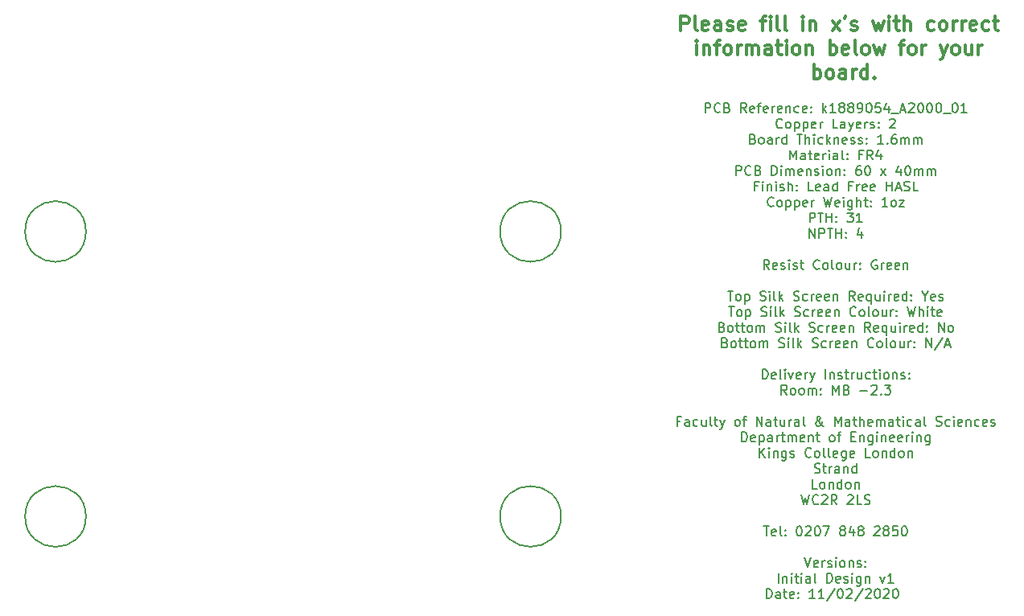
<source format=gbr>
G04 #@! TF.GenerationSoftware,KiCad,Pcbnew,(5.1.5-0-10_14)*
G04 #@! TF.CreationDate,2020-02-11T13:30:23+00:00*
G04 #@! TF.ProjectId,K1889054_A2000_01,4b313838-3930-4353-945f-41323030305f,1.0*
G04 #@! TF.SameCoordinates,Original*
G04 #@! TF.FileFunction,Other,Comment*
%FSLAX46Y46*%
G04 Gerber Fmt 4.6, Leading zero omitted, Abs format (unit mm)*
G04 Created by KiCad (PCBNEW (5.1.5-0-10_14)) date 2020-02-11 13:30:23*
%MOMM*%
%LPD*%
G04 APERTURE LIST*
%ADD10C,0.300000*%
%ADD11C,0.150000*%
G04 APERTURE END LIST*
D10*
X170821428Y-63828571D02*
X170821428Y-62328571D01*
X171392857Y-62328571D01*
X171535714Y-62400000D01*
X171607142Y-62471428D01*
X171678571Y-62614285D01*
X171678571Y-62828571D01*
X171607142Y-62971428D01*
X171535714Y-63042857D01*
X171392857Y-63114285D01*
X170821428Y-63114285D01*
X172535714Y-63828571D02*
X172392857Y-63757142D01*
X172321428Y-63614285D01*
X172321428Y-62328571D01*
X173678571Y-63757142D02*
X173535714Y-63828571D01*
X173250000Y-63828571D01*
X173107142Y-63757142D01*
X173035714Y-63614285D01*
X173035714Y-63042857D01*
X173107142Y-62900000D01*
X173250000Y-62828571D01*
X173535714Y-62828571D01*
X173678571Y-62900000D01*
X173750000Y-63042857D01*
X173750000Y-63185714D01*
X173035714Y-63328571D01*
X175035714Y-63828571D02*
X175035714Y-63042857D01*
X174964285Y-62900000D01*
X174821428Y-62828571D01*
X174535714Y-62828571D01*
X174392857Y-62900000D01*
X175035714Y-63757142D02*
X174892857Y-63828571D01*
X174535714Y-63828571D01*
X174392857Y-63757142D01*
X174321428Y-63614285D01*
X174321428Y-63471428D01*
X174392857Y-63328571D01*
X174535714Y-63257142D01*
X174892857Y-63257142D01*
X175035714Y-63185714D01*
X175678571Y-63757142D02*
X175821428Y-63828571D01*
X176107142Y-63828571D01*
X176250000Y-63757142D01*
X176321428Y-63614285D01*
X176321428Y-63542857D01*
X176250000Y-63400000D01*
X176107142Y-63328571D01*
X175892857Y-63328571D01*
X175750000Y-63257142D01*
X175678571Y-63114285D01*
X175678571Y-63042857D01*
X175750000Y-62900000D01*
X175892857Y-62828571D01*
X176107142Y-62828571D01*
X176250000Y-62900000D01*
X177535714Y-63757142D02*
X177392857Y-63828571D01*
X177107142Y-63828571D01*
X176964285Y-63757142D01*
X176892857Y-63614285D01*
X176892857Y-63042857D01*
X176964285Y-62900000D01*
X177107142Y-62828571D01*
X177392857Y-62828571D01*
X177535714Y-62900000D01*
X177607142Y-63042857D01*
X177607142Y-63185714D01*
X176892857Y-63328571D01*
X179178571Y-62828571D02*
X179750000Y-62828571D01*
X179392857Y-63828571D02*
X179392857Y-62542857D01*
X179464285Y-62400000D01*
X179607142Y-62328571D01*
X179750000Y-62328571D01*
X180250000Y-63828571D02*
X180250000Y-62828571D01*
X180250000Y-62328571D02*
X180178571Y-62400000D01*
X180250000Y-62471428D01*
X180321428Y-62400000D01*
X180250000Y-62328571D01*
X180250000Y-62471428D01*
X181178571Y-63828571D02*
X181035714Y-63757142D01*
X180964285Y-63614285D01*
X180964285Y-62328571D01*
X181964285Y-63828571D02*
X181821428Y-63757142D01*
X181750000Y-63614285D01*
X181750000Y-62328571D01*
X183678571Y-63828571D02*
X183678571Y-62828571D01*
X183678571Y-62328571D02*
X183607142Y-62400000D01*
X183678571Y-62471428D01*
X183750000Y-62400000D01*
X183678571Y-62328571D01*
X183678571Y-62471428D01*
X184392857Y-62828571D02*
X184392857Y-63828571D01*
X184392857Y-62971428D02*
X184464285Y-62900000D01*
X184607142Y-62828571D01*
X184821428Y-62828571D01*
X184964285Y-62900000D01*
X185035714Y-63042857D01*
X185035714Y-63828571D01*
X186749999Y-63828571D02*
X187535714Y-62828571D01*
X186749999Y-62828571D02*
X187535714Y-63828571D01*
X188178571Y-62328571D02*
X188035714Y-62614285D01*
X188749999Y-63757142D02*
X188892857Y-63828571D01*
X189178571Y-63828571D01*
X189321428Y-63757142D01*
X189392857Y-63614285D01*
X189392857Y-63542857D01*
X189321428Y-63400000D01*
X189178571Y-63328571D01*
X188964285Y-63328571D01*
X188821428Y-63257142D01*
X188749999Y-63114285D01*
X188749999Y-63042857D01*
X188821428Y-62900000D01*
X188964285Y-62828571D01*
X189178571Y-62828571D01*
X189321428Y-62900000D01*
X191035714Y-62828571D02*
X191321428Y-63828571D01*
X191607142Y-63114285D01*
X191892857Y-63828571D01*
X192178571Y-62828571D01*
X192749999Y-63828571D02*
X192749999Y-62828571D01*
X192749999Y-62328571D02*
X192678571Y-62400000D01*
X192749999Y-62471428D01*
X192821428Y-62400000D01*
X192749999Y-62328571D01*
X192749999Y-62471428D01*
X193249999Y-62828571D02*
X193821428Y-62828571D01*
X193464285Y-62328571D02*
X193464285Y-63614285D01*
X193535714Y-63757142D01*
X193678571Y-63828571D01*
X193821428Y-63828571D01*
X194321428Y-63828571D02*
X194321428Y-62328571D01*
X194964285Y-63828571D02*
X194964285Y-63042857D01*
X194892857Y-62900000D01*
X194749999Y-62828571D01*
X194535714Y-62828571D01*
X194392857Y-62900000D01*
X194321428Y-62971428D01*
X197464285Y-63757142D02*
X197321428Y-63828571D01*
X197035714Y-63828571D01*
X196892857Y-63757142D01*
X196821428Y-63685714D01*
X196749999Y-63542857D01*
X196749999Y-63114285D01*
X196821428Y-62971428D01*
X196892857Y-62900000D01*
X197035714Y-62828571D01*
X197321428Y-62828571D01*
X197464285Y-62900000D01*
X198321428Y-63828571D02*
X198178571Y-63757142D01*
X198107142Y-63685714D01*
X198035714Y-63542857D01*
X198035714Y-63114285D01*
X198107142Y-62971428D01*
X198178571Y-62900000D01*
X198321428Y-62828571D01*
X198535714Y-62828571D01*
X198678571Y-62900000D01*
X198749999Y-62971428D01*
X198821428Y-63114285D01*
X198821428Y-63542857D01*
X198749999Y-63685714D01*
X198678571Y-63757142D01*
X198535714Y-63828571D01*
X198321428Y-63828571D01*
X199464285Y-63828571D02*
X199464285Y-62828571D01*
X199464285Y-63114285D02*
X199535714Y-62971428D01*
X199607142Y-62900000D01*
X199749999Y-62828571D01*
X199892857Y-62828571D01*
X200392857Y-63828571D02*
X200392857Y-62828571D01*
X200392857Y-63114285D02*
X200464285Y-62971428D01*
X200535714Y-62900000D01*
X200678571Y-62828571D01*
X200821428Y-62828571D01*
X201892857Y-63757142D02*
X201749999Y-63828571D01*
X201464285Y-63828571D01*
X201321428Y-63757142D01*
X201249999Y-63614285D01*
X201249999Y-63042857D01*
X201321428Y-62900000D01*
X201464285Y-62828571D01*
X201749999Y-62828571D01*
X201892857Y-62900000D01*
X201964285Y-63042857D01*
X201964285Y-63185714D01*
X201249999Y-63328571D01*
X203249999Y-63757142D02*
X203107142Y-63828571D01*
X202821428Y-63828571D01*
X202678571Y-63757142D01*
X202607142Y-63685714D01*
X202535714Y-63542857D01*
X202535714Y-63114285D01*
X202607142Y-62971428D01*
X202678571Y-62900000D01*
X202821428Y-62828571D01*
X203107142Y-62828571D01*
X203249999Y-62900000D01*
X203678571Y-62828571D02*
X204250000Y-62828571D01*
X203892857Y-62328571D02*
X203892857Y-63614285D01*
X203964285Y-63757142D01*
X204107142Y-63828571D01*
X204250000Y-63828571D01*
X172500000Y-66378571D02*
X172500000Y-65378571D01*
X172500000Y-64878571D02*
X172428571Y-64950000D01*
X172500000Y-65021428D01*
X172571428Y-64950000D01*
X172500000Y-64878571D01*
X172500000Y-65021428D01*
X173214285Y-65378571D02*
X173214285Y-66378571D01*
X173214285Y-65521428D02*
X173285714Y-65450000D01*
X173428571Y-65378571D01*
X173642857Y-65378571D01*
X173785714Y-65450000D01*
X173857142Y-65592857D01*
X173857142Y-66378571D01*
X174357142Y-65378571D02*
X174928571Y-65378571D01*
X174571428Y-66378571D02*
X174571428Y-65092857D01*
X174642857Y-64950000D01*
X174785714Y-64878571D01*
X174928571Y-64878571D01*
X175642857Y-66378571D02*
X175500000Y-66307142D01*
X175428571Y-66235714D01*
X175357142Y-66092857D01*
X175357142Y-65664285D01*
X175428571Y-65521428D01*
X175500000Y-65450000D01*
X175642857Y-65378571D01*
X175857142Y-65378571D01*
X176000000Y-65450000D01*
X176071428Y-65521428D01*
X176142857Y-65664285D01*
X176142857Y-66092857D01*
X176071428Y-66235714D01*
X176000000Y-66307142D01*
X175857142Y-66378571D01*
X175642857Y-66378571D01*
X176785714Y-66378571D02*
X176785714Y-65378571D01*
X176785714Y-65664285D02*
X176857142Y-65521428D01*
X176928571Y-65450000D01*
X177071428Y-65378571D01*
X177214285Y-65378571D01*
X177714285Y-66378571D02*
X177714285Y-65378571D01*
X177714285Y-65521428D02*
X177785714Y-65450000D01*
X177928571Y-65378571D01*
X178142857Y-65378571D01*
X178285714Y-65450000D01*
X178357142Y-65592857D01*
X178357142Y-66378571D01*
X178357142Y-65592857D02*
X178428571Y-65450000D01*
X178571428Y-65378571D01*
X178785714Y-65378571D01*
X178928571Y-65450000D01*
X179000000Y-65592857D01*
X179000000Y-66378571D01*
X180357142Y-66378571D02*
X180357142Y-65592857D01*
X180285714Y-65450000D01*
X180142857Y-65378571D01*
X179857142Y-65378571D01*
X179714285Y-65450000D01*
X180357142Y-66307142D02*
X180214285Y-66378571D01*
X179857142Y-66378571D01*
X179714285Y-66307142D01*
X179642857Y-66164285D01*
X179642857Y-66021428D01*
X179714285Y-65878571D01*
X179857142Y-65807142D01*
X180214285Y-65807142D01*
X180357142Y-65735714D01*
X180857142Y-65378571D02*
X181428571Y-65378571D01*
X181071428Y-64878571D02*
X181071428Y-66164285D01*
X181142857Y-66307142D01*
X181285714Y-66378571D01*
X181428571Y-66378571D01*
X181928571Y-66378571D02*
X181928571Y-65378571D01*
X181928571Y-64878571D02*
X181857142Y-64950000D01*
X181928571Y-65021428D01*
X182000000Y-64950000D01*
X181928571Y-64878571D01*
X181928571Y-65021428D01*
X182857142Y-66378571D02*
X182714285Y-66307142D01*
X182642857Y-66235714D01*
X182571428Y-66092857D01*
X182571428Y-65664285D01*
X182642857Y-65521428D01*
X182714285Y-65450000D01*
X182857142Y-65378571D01*
X183071428Y-65378571D01*
X183214285Y-65450000D01*
X183285714Y-65521428D01*
X183357142Y-65664285D01*
X183357142Y-66092857D01*
X183285714Y-66235714D01*
X183214285Y-66307142D01*
X183071428Y-66378571D01*
X182857142Y-66378571D01*
X184000000Y-65378571D02*
X184000000Y-66378571D01*
X184000000Y-65521428D02*
X184071428Y-65450000D01*
X184214285Y-65378571D01*
X184428571Y-65378571D01*
X184571428Y-65450000D01*
X184642857Y-65592857D01*
X184642857Y-66378571D01*
X186500000Y-66378571D02*
X186500000Y-64878571D01*
X186500000Y-65450000D02*
X186642857Y-65378571D01*
X186928571Y-65378571D01*
X187071428Y-65450000D01*
X187142857Y-65521428D01*
X187214285Y-65664285D01*
X187214285Y-66092857D01*
X187142857Y-66235714D01*
X187071428Y-66307142D01*
X186928571Y-66378571D01*
X186642857Y-66378571D01*
X186500000Y-66307142D01*
X188428571Y-66307142D02*
X188285714Y-66378571D01*
X188000000Y-66378571D01*
X187857142Y-66307142D01*
X187785714Y-66164285D01*
X187785714Y-65592857D01*
X187857142Y-65450000D01*
X188000000Y-65378571D01*
X188285714Y-65378571D01*
X188428571Y-65450000D01*
X188500000Y-65592857D01*
X188500000Y-65735714D01*
X187785714Y-65878571D01*
X189357142Y-66378571D02*
X189214285Y-66307142D01*
X189142857Y-66164285D01*
X189142857Y-64878571D01*
X190142857Y-66378571D02*
X190000000Y-66307142D01*
X189928571Y-66235714D01*
X189857142Y-66092857D01*
X189857142Y-65664285D01*
X189928571Y-65521428D01*
X190000000Y-65450000D01*
X190142857Y-65378571D01*
X190357142Y-65378571D01*
X190500000Y-65450000D01*
X190571428Y-65521428D01*
X190642857Y-65664285D01*
X190642857Y-66092857D01*
X190571428Y-66235714D01*
X190500000Y-66307142D01*
X190357142Y-66378571D01*
X190142857Y-66378571D01*
X191142857Y-65378571D02*
X191428571Y-66378571D01*
X191714285Y-65664285D01*
X192000000Y-66378571D01*
X192285714Y-65378571D01*
X193785714Y-65378571D02*
X194357142Y-65378571D01*
X194000000Y-66378571D02*
X194000000Y-65092857D01*
X194071428Y-64950000D01*
X194214285Y-64878571D01*
X194357142Y-64878571D01*
X195071428Y-66378571D02*
X194928571Y-66307142D01*
X194857142Y-66235714D01*
X194785714Y-66092857D01*
X194785714Y-65664285D01*
X194857142Y-65521428D01*
X194928571Y-65450000D01*
X195071428Y-65378571D01*
X195285714Y-65378571D01*
X195428571Y-65450000D01*
X195500000Y-65521428D01*
X195571428Y-65664285D01*
X195571428Y-66092857D01*
X195500000Y-66235714D01*
X195428571Y-66307142D01*
X195285714Y-66378571D01*
X195071428Y-66378571D01*
X196214285Y-66378571D02*
X196214285Y-65378571D01*
X196214285Y-65664285D02*
X196285714Y-65521428D01*
X196357142Y-65450000D01*
X196500000Y-65378571D01*
X196642857Y-65378571D01*
X198142857Y-65378571D02*
X198500000Y-66378571D01*
X198857142Y-65378571D02*
X198500000Y-66378571D01*
X198357142Y-66735714D01*
X198285714Y-66807142D01*
X198142857Y-66878571D01*
X199642857Y-66378571D02*
X199500000Y-66307142D01*
X199428571Y-66235714D01*
X199357142Y-66092857D01*
X199357142Y-65664285D01*
X199428571Y-65521428D01*
X199500000Y-65450000D01*
X199642857Y-65378571D01*
X199857142Y-65378571D01*
X200000000Y-65450000D01*
X200071428Y-65521428D01*
X200142857Y-65664285D01*
X200142857Y-66092857D01*
X200071428Y-66235714D01*
X200000000Y-66307142D01*
X199857142Y-66378571D01*
X199642857Y-66378571D01*
X201428571Y-65378571D02*
X201428571Y-66378571D01*
X200785714Y-65378571D02*
X200785714Y-66164285D01*
X200857142Y-66307142D01*
X201000000Y-66378571D01*
X201214285Y-66378571D01*
X201357142Y-66307142D01*
X201428571Y-66235714D01*
X202142857Y-66378571D02*
X202142857Y-65378571D01*
X202142857Y-65664285D02*
X202214285Y-65521428D01*
X202285714Y-65450000D01*
X202428571Y-65378571D01*
X202571428Y-65378571D01*
X184821428Y-68928571D02*
X184821428Y-67428571D01*
X184821428Y-68000000D02*
X184964285Y-67928571D01*
X185250000Y-67928571D01*
X185392857Y-68000000D01*
X185464285Y-68071428D01*
X185535714Y-68214285D01*
X185535714Y-68642857D01*
X185464285Y-68785714D01*
X185392857Y-68857142D01*
X185250000Y-68928571D01*
X184964285Y-68928571D01*
X184821428Y-68857142D01*
X186392857Y-68928571D02*
X186250000Y-68857142D01*
X186178571Y-68785714D01*
X186107142Y-68642857D01*
X186107142Y-68214285D01*
X186178571Y-68071428D01*
X186250000Y-68000000D01*
X186392857Y-67928571D01*
X186607142Y-67928571D01*
X186750000Y-68000000D01*
X186821428Y-68071428D01*
X186892857Y-68214285D01*
X186892857Y-68642857D01*
X186821428Y-68785714D01*
X186750000Y-68857142D01*
X186607142Y-68928571D01*
X186392857Y-68928571D01*
X188178571Y-68928571D02*
X188178571Y-68142857D01*
X188107142Y-68000000D01*
X187964285Y-67928571D01*
X187678571Y-67928571D01*
X187535714Y-68000000D01*
X188178571Y-68857142D02*
X188035714Y-68928571D01*
X187678571Y-68928571D01*
X187535714Y-68857142D01*
X187464285Y-68714285D01*
X187464285Y-68571428D01*
X187535714Y-68428571D01*
X187678571Y-68357142D01*
X188035714Y-68357142D01*
X188178571Y-68285714D01*
X188892857Y-68928571D02*
X188892857Y-67928571D01*
X188892857Y-68214285D02*
X188964285Y-68071428D01*
X189035714Y-68000000D01*
X189178571Y-67928571D01*
X189321428Y-67928571D01*
X190464285Y-68928571D02*
X190464285Y-67428571D01*
X190464285Y-68857142D02*
X190321428Y-68928571D01*
X190035714Y-68928571D01*
X189892857Y-68857142D01*
X189821428Y-68785714D01*
X189750000Y-68642857D01*
X189750000Y-68214285D01*
X189821428Y-68071428D01*
X189892857Y-68000000D01*
X190035714Y-67928571D01*
X190321428Y-67928571D01*
X190464285Y-68000000D01*
X191178571Y-68785714D02*
X191250000Y-68857142D01*
X191178571Y-68928571D01*
X191107142Y-68857142D01*
X191178571Y-68785714D01*
X191178571Y-68928571D01*
D11*
X173383904Y-72474580D02*
X173383904Y-71474580D01*
X173764857Y-71474580D01*
X173860095Y-71522200D01*
X173907714Y-71569819D01*
X173955333Y-71665057D01*
X173955333Y-71807914D01*
X173907714Y-71903152D01*
X173860095Y-71950771D01*
X173764857Y-71998390D01*
X173383904Y-71998390D01*
X174955333Y-72379342D02*
X174907714Y-72426961D01*
X174764857Y-72474580D01*
X174669619Y-72474580D01*
X174526761Y-72426961D01*
X174431523Y-72331723D01*
X174383904Y-72236485D01*
X174336285Y-72046009D01*
X174336285Y-71903152D01*
X174383904Y-71712676D01*
X174431523Y-71617438D01*
X174526761Y-71522200D01*
X174669619Y-71474580D01*
X174764857Y-71474580D01*
X174907714Y-71522200D01*
X174955333Y-71569819D01*
X175717238Y-71950771D02*
X175860095Y-71998390D01*
X175907714Y-72046009D01*
X175955333Y-72141247D01*
X175955333Y-72284104D01*
X175907714Y-72379342D01*
X175860095Y-72426961D01*
X175764857Y-72474580D01*
X175383904Y-72474580D01*
X175383904Y-71474580D01*
X175717238Y-71474580D01*
X175812476Y-71522200D01*
X175860095Y-71569819D01*
X175907714Y-71665057D01*
X175907714Y-71760295D01*
X175860095Y-71855533D01*
X175812476Y-71903152D01*
X175717238Y-71950771D01*
X175383904Y-71950771D01*
X177717238Y-72474580D02*
X177383904Y-71998390D01*
X177145809Y-72474580D02*
X177145809Y-71474580D01*
X177526761Y-71474580D01*
X177622000Y-71522200D01*
X177669619Y-71569819D01*
X177717238Y-71665057D01*
X177717238Y-71807914D01*
X177669619Y-71903152D01*
X177622000Y-71950771D01*
X177526761Y-71998390D01*
X177145809Y-71998390D01*
X178526761Y-72426961D02*
X178431523Y-72474580D01*
X178241047Y-72474580D01*
X178145809Y-72426961D01*
X178098190Y-72331723D01*
X178098190Y-71950771D01*
X178145809Y-71855533D01*
X178241047Y-71807914D01*
X178431523Y-71807914D01*
X178526761Y-71855533D01*
X178574380Y-71950771D01*
X178574380Y-72046009D01*
X178098190Y-72141247D01*
X178860095Y-71807914D02*
X179241047Y-71807914D01*
X179002952Y-72474580D02*
X179002952Y-71617438D01*
X179050571Y-71522200D01*
X179145809Y-71474580D01*
X179241047Y-71474580D01*
X179955333Y-72426961D02*
X179860095Y-72474580D01*
X179669619Y-72474580D01*
X179574380Y-72426961D01*
X179526761Y-72331723D01*
X179526761Y-71950771D01*
X179574380Y-71855533D01*
X179669619Y-71807914D01*
X179860095Y-71807914D01*
X179955333Y-71855533D01*
X180002952Y-71950771D01*
X180002952Y-72046009D01*
X179526761Y-72141247D01*
X180431523Y-72474580D02*
X180431523Y-71807914D01*
X180431523Y-71998390D02*
X180479142Y-71903152D01*
X180526761Y-71855533D01*
X180622000Y-71807914D01*
X180717238Y-71807914D01*
X181431523Y-72426961D02*
X181336285Y-72474580D01*
X181145809Y-72474580D01*
X181050571Y-72426961D01*
X181002952Y-72331723D01*
X181002952Y-71950771D01*
X181050571Y-71855533D01*
X181145809Y-71807914D01*
X181336285Y-71807914D01*
X181431523Y-71855533D01*
X181479142Y-71950771D01*
X181479142Y-72046009D01*
X181002952Y-72141247D01*
X181907714Y-71807914D02*
X181907714Y-72474580D01*
X181907714Y-71903152D02*
X181955333Y-71855533D01*
X182050571Y-71807914D01*
X182193428Y-71807914D01*
X182288666Y-71855533D01*
X182336285Y-71950771D01*
X182336285Y-72474580D01*
X183241047Y-72426961D02*
X183145809Y-72474580D01*
X182955333Y-72474580D01*
X182860095Y-72426961D01*
X182812476Y-72379342D01*
X182764857Y-72284104D01*
X182764857Y-71998390D01*
X182812476Y-71903152D01*
X182860095Y-71855533D01*
X182955333Y-71807914D01*
X183145809Y-71807914D01*
X183241047Y-71855533D01*
X184050571Y-72426961D02*
X183955333Y-72474580D01*
X183764857Y-72474580D01*
X183669619Y-72426961D01*
X183622000Y-72331723D01*
X183622000Y-71950771D01*
X183669619Y-71855533D01*
X183764857Y-71807914D01*
X183955333Y-71807914D01*
X184050571Y-71855533D01*
X184098190Y-71950771D01*
X184098190Y-72046009D01*
X183622000Y-72141247D01*
X184526761Y-72379342D02*
X184574380Y-72426961D01*
X184526761Y-72474580D01*
X184479142Y-72426961D01*
X184526761Y-72379342D01*
X184526761Y-72474580D01*
X184526761Y-71855533D02*
X184574380Y-71903152D01*
X184526761Y-71950771D01*
X184479142Y-71903152D01*
X184526761Y-71855533D01*
X184526761Y-71950771D01*
X185764857Y-72474580D02*
X185764857Y-71474580D01*
X185860095Y-72093628D02*
X186145809Y-72474580D01*
X186145809Y-71807914D02*
X185764857Y-72188866D01*
X187098190Y-72474580D02*
X186526761Y-72474580D01*
X186812476Y-72474580D02*
X186812476Y-71474580D01*
X186717238Y-71617438D01*
X186622000Y-71712676D01*
X186526761Y-71760295D01*
X187669619Y-71903152D02*
X187574380Y-71855533D01*
X187526761Y-71807914D01*
X187479142Y-71712676D01*
X187479142Y-71665057D01*
X187526761Y-71569819D01*
X187574380Y-71522200D01*
X187669619Y-71474580D01*
X187860095Y-71474580D01*
X187955333Y-71522200D01*
X188002952Y-71569819D01*
X188050571Y-71665057D01*
X188050571Y-71712676D01*
X188002952Y-71807914D01*
X187955333Y-71855533D01*
X187860095Y-71903152D01*
X187669619Y-71903152D01*
X187574380Y-71950771D01*
X187526761Y-71998390D01*
X187479142Y-72093628D01*
X187479142Y-72284104D01*
X187526761Y-72379342D01*
X187574380Y-72426961D01*
X187669619Y-72474580D01*
X187860095Y-72474580D01*
X187955333Y-72426961D01*
X188002952Y-72379342D01*
X188050571Y-72284104D01*
X188050571Y-72093628D01*
X188002952Y-71998390D01*
X187955333Y-71950771D01*
X187860095Y-71903152D01*
X188622000Y-71903152D02*
X188526761Y-71855533D01*
X188479142Y-71807914D01*
X188431523Y-71712676D01*
X188431523Y-71665057D01*
X188479142Y-71569819D01*
X188526761Y-71522200D01*
X188622000Y-71474580D01*
X188812476Y-71474580D01*
X188907714Y-71522200D01*
X188955333Y-71569819D01*
X189002952Y-71665057D01*
X189002952Y-71712676D01*
X188955333Y-71807914D01*
X188907714Y-71855533D01*
X188812476Y-71903152D01*
X188622000Y-71903152D01*
X188526761Y-71950771D01*
X188479142Y-71998390D01*
X188431523Y-72093628D01*
X188431523Y-72284104D01*
X188479142Y-72379342D01*
X188526761Y-72426961D01*
X188622000Y-72474580D01*
X188812476Y-72474580D01*
X188907714Y-72426961D01*
X188955333Y-72379342D01*
X189002952Y-72284104D01*
X189002952Y-72093628D01*
X188955333Y-71998390D01*
X188907714Y-71950771D01*
X188812476Y-71903152D01*
X189479142Y-72474580D02*
X189669619Y-72474580D01*
X189764857Y-72426961D01*
X189812476Y-72379342D01*
X189907714Y-72236485D01*
X189955333Y-72046009D01*
X189955333Y-71665057D01*
X189907714Y-71569819D01*
X189860095Y-71522200D01*
X189764857Y-71474580D01*
X189574380Y-71474580D01*
X189479142Y-71522200D01*
X189431523Y-71569819D01*
X189383904Y-71665057D01*
X189383904Y-71903152D01*
X189431523Y-71998390D01*
X189479142Y-72046009D01*
X189574380Y-72093628D01*
X189764857Y-72093628D01*
X189860095Y-72046009D01*
X189907714Y-71998390D01*
X189955333Y-71903152D01*
X190574380Y-71474580D02*
X190669619Y-71474580D01*
X190764857Y-71522200D01*
X190812476Y-71569819D01*
X190860095Y-71665057D01*
X190907714Y-71855533D01*
X190907714Y-72093628D01*
X190860095Y-72284104D01*
X190812476Y-72379342D01*
X190764857Y-72426961D01*
X190669619Y-72474580D01*
X190574380Y-72474580D01*
X190479142Y-72426961D01*
X190431523Y-72379342D01*
X190383904Y-72284104D01*
X190336285Y-72093628D01*
X190336285Y-71855533D01*
X190383904Y-71665057D01*
X190431523Y-71569819D01*
X190479142Y-71522200D01*
X190574380Y-71474580D01*
X191812476Y-71474580D02*
X191336285Y-71474580D01*
X191288666Y-71950771D01*
X191336285Y-71903152D01*
X191431523Y-71855533D01*
X191669619Y-71855533D01*
X191764857Y-71903152D01*
X191812476Y-71950771D01*
X191860095Y-72046009D01*
X191860095Y-72284104D01*
X191812476Y-72379342D01*
X191764857Y-72426961D01*
X191669619Y-72474580D01*
X191431523Y-72474580D01*
X191336285Y-72426961D01*
X191288666Y-72379342D01*
X192717238Y-71807914D02*
X192717238Y-72474580D01*
X192479142Y-71426961D02*
X192241047Y-72141247D01*
X192860095Y-72141247D01*
X193002952Y-72569819D02*
X193764857Y-72569819D01*
X193955333Y-72188866D02*
X194431523Y-72188866D01*
X193860095Y-72474580D02*
X194193428Y-71474580D01*
X194526761Y-72474580D01*
X194812476Y-71569819D02*
X194860095Y-71522200D01*
X194955333Y-71474580D01*
X195193428Y-71474580D01*
X195288666Y-71522200D01*
X195336285Y-71569819D01*
X195383904Y-71665057D01*
X195383904Y-71760295D01*
X195336285Y-71903152D01*
X194764857Y-72474580D01*
X195383904Y-72474580D01*
X196002952Y-71474580D02*
X196098190Y-71474580D01*
X196193428Y-71522200D01*
X196241047Y-71569819D01*
X196288666Y-71665057D01*
X196336285Y-71855533D01*
X196336285Y-72093628D01*
X196288666Y-72284104D01*
X196241047Y-72379342D01*
X196193428Y-72426961D01*
X196098190Y-72474580D01*
X196002952Y-72474580D01*
X195907714Y-72426961D01*
X195860095Y-72379342D01*
X195812476Y-72284104D01*
X195764857Y-72093628D01*
X195764857Y-71855533D01*
X195812476Y-71665057D01*
X195860095Y-71569819D01*
X195907714Y-71522200D01*
X196002952Y-71474580D01*
X196955333Y-71474580D02*
X197050571Y-71474580D01*
X197145809Y-71522200D01*
X197193428Y-71569819D01*
X197241047Y-71665057D01*
X197288666Y-71855533D01*
X197288666Y-72093628D01*
X197241047Y-72284104D01*
X197193428Y-72379342D01*
X197145809Y-72426961D01*
X197050571Y-72474580D01*
X196955333Y-72474580D01*
X196860095Y-72426961D01*
X196812476Y-72379342D01*
X196764857Y-72284104D01*
X196717238Y-72093628D01*
X196717238Y-71855533D01*
X196764857Y-71665057D01*
X196812476Y-71569819D01*
X196860095Y-71522200D01*
X196955333Y-71474580D01*
X197907714Y-71474580D02*
X198002952Y-71474580D01*
X198098190Y-71522200D01*
X198145809Y-71569819D01*
X198193428Y-71665057D01*
X198241047Y-71855533D01*
X198241047Y-72093628D01*
X198193428Y-72284104D01*
X198145809Y-72379342D01*
X198098190Y-72426961D01*
X198002952Y-72474580D01*
X197907714Y-72474580D01*
X197812476Y-72426961D01*
X197764857Y-72379342D01*
X197717238Y-72284104D01*
X197669619Y-72093628D01*
X197669619Y-71855533D01*
X197717238Y-71665057D01*
X197764857Y-71569819D01*
X197812476Y-71522200D01*
X197907714Y-71474580D01*
X198431523Y-72569819D02*
X199193428Y-72569819D01*
X199622000Y-71474580D02*
X199717238Y-71474580D01*
X199812476Y-71522200D01*
X199860095Y-71569819D01*
X199907714Y-71665057D01*
X199955333Y-71855533D01*
X199955333Y-72093628D01*
X199907714Y-72284104D01*
X199860095Y-72379342D01*
X199812476Y-72426961D01*
X199717238Y-72474580D01*
X199622000Y-72474580D01*
X199526761Y-72426961D01*
X199479142Y-72379342D01*
X199431523Y-72284104D01*
X199383904Y-72093628D01*
X199383904Y-71855533D01*
X199431523Y-71665057D01*
X199479142Y-71569819D01*
X199526761Y-71522200D01*
X199622000Y-71474580D01*
X200907714Y-72474580D02*
X200336285Y-72474580D01*
X200622000Y-72474580D02*
X200622000Y-71474580D01*
X200526761Y-71617438D01*
X200431523Y-71712676D01*
X200336285Y-71760295D01*
X181479142Y-74029342D02*
X181431523Y-74076961D01*
X181288666Y-74124580D01*
X181193428Y-74124580D01*
X181050571Y-74076961D01*
X180955333Y-73981723D01*
X180907714Y-73886485D01*
X180860095Y-73696009D01*
X180860095Y-73553152D01*
X180907714Y-73362676D01*
X180955333Y-73267438D01*
X181050571Y-73172200D01*
X181193428Y-73124580D01*
X181288666Y-73124580D01*
X181431523Y-73172200D01*
X181479142Y-73219819D01*
X182050571Y-74124580D02*
X181955333Y-74076961D01*
X181907714Y-74029342D01*
X181860095Y-73934104D01*
X181860095Y-73648390D01*
X181907714Y-73553152D01*
X181955333Y-73505533D01*
X182050571Y-73457914D01*
X182193428Y-73457914D01*
X182288666Y-73505533D01*
X182336285Y-73553152D01*
X182383904Y-73648390D01*
X182383904Y-73934104D01*
X182336285Y-74029342D01*
X182288666Y-74076961D01*
X182193428Y-74124580D01*
X182050571Y-74124580D01*
X182812476Y-73457914D02*
X182812476Y-74457914D01*
X182812476Y-73505533D02*
X182907714Y-73457914D01*
X183098190Y-73457914D01*
X183193428Y-73505533D01*
X183241047Y-73553152D01*
X183288666Y-73648390D01*
X183288666Y-73934104D01*
X183241047Y-74029342D01*
X183193428Y-74076961D01*
X183098190Y-74124580D01*
X182907714Y-74124580D01*
X182812476Y-74076961D01*
X183717238Y-73457914D02*
X183717238Y-74457914D01*
X183717238Y-73505533D02*
X183812476Y-73457914D01*
X184002952Y-73457914D01*
X184098190Y-73505533D01*
X184145809Y-73553152D01*
X184193428Y-73648390D01*
X184193428Y-73934104D01*
X184145809Y-74029342D01*
X184098190Y-74076961D01*
X184002952Y-74124580D01*
X183812476Y-74124580D01*
X183717238Y-74076961D01*
X185002952Y-74076961D02*
X184907714Y-74124580D01*
X184717238Y-74124580D01*
X184622000Y-74076961D01*
X184574380Y-73981723D01*
X184574380Y-73600771D01*
X184622000Y-73505533D01*
X184717238Y-73457914D01*
X184907714Y-73457914D01*
X185002952Y-73505533D01*
X185050571Y-73600771D01*
X185050571Y-73696009D01*
X184574380Y-73791247D01*
X185479142Y-74124580D02*
X185479142Y-73457914D01*
X185479142Y-73648390D02*
X185526761Y-73553152D01*
X185574380Y-73505533D01*
X185669619Y-73457914D01*
X185764857Y-73457914D01*
X187336285Y-74124580D02*
X186860095Y-74124580D01*
X186860095Y-73124580D01*
X188098190Y-74124580D02*
X188098190Y-73600771D01*
X188050571Y-73505533D01*
X187955333Y-73457914D01*
X187764857Y-73457914D01*
X187669619Y-73505533D01*
X188098190Y-74076961D02*
X188002952Y-74124580D01*
X187764857Y-74124580D01*
X187669619Y-74076961D01*
X187622000Y-73981723D01*
X187622000Y-73886485D01*
X187669619Y-73791247D01*
X187764857Y-73743628D01*
X188002952Y-73743628D01*
X188098190Y-73696009D01*
X188479142Y-73457914D02*
X188717238Y-74124580D01*
X188955333Y-73457914D02*
X188717238Y-74124580D01*
X188622000Y-74362676D01*
X188574380Y-74410295D01*
X188479142Y-74457914D01*
X189717238Y-74076961D02*
X189622000Y-74124580D01*
X189431523Y-74124580D01*
X189336285Y-74076961D01*
X189288666Y-73981723D01*
X189288666Y-73600771D01*
X189336285Y-73505533D01*
X189431523Y-73457914D01*
X189622000Y-73457914D01*
X189717238Y-73505533D01*
X189764857Y-73600771D01*
X189764857Y-73696009D01*
X189288666Y-73791247D01*
X190193428Y-74124580D02*
X190193428Y-73457914D01*
X190193428Y-73648390D02*
X190241047Y-73553152D01*
X190288666Y-73505533D01*
X190383904Y-73457914D01*
X190479142Y-73457914D01*
X190764857Y-74076961D02*
X190860095Y-74124580D01*
X191050571Y-74124580D01*
X191145809Y-74076961D01*
X191193428Y-73981723D01*
X191193428Y-73934104D01*
X191145809Y-73838866D01*
X191050571Y-73791247D01*
X190907714Y-73791247D01*
X190812476Y-73743628D01*
X190764857Y-73648390D01*
X190764857Y-73600771D01*
X190812476Y-73505533D01*
X190907714Y-73457914D01*
X191050571Y-73457914D01*
X191145809Y-73505533D01*
X191622000Y-74029342D02*
X191669619Y-74076961D01*
X191622000Y-74124580D01*
X191574380Y-74076961D01*
X191622000Y-74029342D01*
X191622000Y-74124580D01*
X191622000Y-73505533D02*
X191669619Y-73553152D01*
X191622000Y-73600771D01*
X191574380Y-73553152D01*
X191622000Y-73505533D01*
X191622000Y-73600771D01*
X192812476Y-73219819D02*
X192860095Y-73172200D01*
X192955333Y-73124580D01*
X193193428Y-73124580D01*
X193288666Y-73172200D01*
X193336285Y-73219819D01*
X193383904Y-73315057D01*
X193383904Y-73410295D01*
X193336285Y-73553152D01*
X192764857Y-74124580D01*
X193383904Y-74124580D01*
X178407714Y-75250771D02*
X178550571Y-75298390D01*
X178598190Y-75346009D01*
X178645809Y-75441247D01*
X178645809Y-75584104D01*
X178598190Y-75679342D01*
X178550571Y-75726961D01*
X178455333Y-75774580D01*
X178074380Y-75774580D01*
X178074380Y-74774580D01*
X178407714Y-74774580D01*
X178502952Y-74822200D01*
X178550571Y-74869819D01*
X178598190Y-74965057D01*
X178598190Y-75060295D01*
X178550571Y-75155533D01*
X178502952Y-75203152D01*
X178407714Y-75250771D01*
X178074380Y-75250771D01*
X179217238Y-75774580D02*
X179122000Y-75726961D01*
X179074380Y-75679342D01*
X179026761Y-75584104D01*
X179026761Y-75298390D01*
X179074380Y-75203152D01*
X179122000Y-75155533D01*
X179217238Y-75107914D01*
X179360095Y-75107914D01*
X179455333Y-75155533D01*
X179502952Y-75203152D01*
X179550571Y-75298390D01*
X179550571Y-75584104D01*
X179502952Y-75679342D01*
X179455333Y-75726961D01*
X179360095Y-75774580D01*
X179217238Y-75774580D01*
X180407714Y-75774580D02*
X180407714Y-75250771D01*
X180360095Y-75155533D01*
X180264857Y-75107914D01*
X180074380Y-75107914D01*
X179979142Y-75155533D01*
X180407714Y-75726961D02*
X180312476Y-75774580D01*
X180074380Y-75774580D01*
X179979142Y-75726961D01*
X179931523Y-75631723D01*
X179931523Y-75536485D01*
X179979142Y-75441247D01*
X180074380Y-75393628D01*
X180312476Y-75393628D01*
X180407714Y-75346009D01*
X180883904Y-75774580D02*
X180883904Y-75107914D01*
X180883904Y-75298390D02*
X180931523Y-75203152D01*
X180979142Y-75155533D01*
X181074380Y-75107914D01*
X181169619Y-75107914D01*
X181931523Y-75774580D02*
X181931523Y-74774580D01*
X181931523Y-75726961D02*
X181836285Y-75774580D01*
X181645809Y-75774580D01*
X181550571Y-75726961D01*
X181502952Y-75679342D01*
X181455333Y-75584104D01*
X181455333Y-75298390D01*
X181502952Y-75203152D01*
X181550571Y-75155533D01*
X181645809Y-75107914D01*
X181836285Y-75107914D01*
X181931523Y-75155533D01*
X183026761Y-74774580D02*
X183598190Y-74774580D01*
X183312476Y-75774580D02*
X183312476Y-74774580D01*
X183931523Y-75774580D02*
X183931523Y-74774580D01*
X184360095Y-75774580D02*
X184360095Y-75250771D01*
X184312476Y-75155533D01*
X184217238Y-75107914D01*
X184074380Y-75107914D01*
X183979142Y-75155533D01*
X183931523Y-75203152D01*
X184836285Y-75774580D02*
X184836285Y-75107914D01*
X184836285Y-74774580D02*
X184788666Y-74822200D01*
X184836285Y-74869819D01*
X184883904Y-74822200D01*
X184836285Y-74774580D01*
X184836285Y-74869819D01*
X185741047Y-75726961D02*
X185645809Y-75774580D01*
X185455333Y-75774580D01*
X185360095Y-75726961D01*
X185312476Y-75679342D01*
X185264857Y-75584104D01*
X185264857Y-75298390D01*
X185312476Y-75203152D01*
X185360095Y-75155533D01*
X185455333Y-75107914D01*
X185645809Y-75107914D01*
X185741047Y-75155533D01*
X186169619Y-75774580D02*
X186169619Y-74774580D01*
X186264857Y-75393628D02*
X186550571Y-75774580D01*
X186550571Y-75107914D02*
X186169619Y-75488866D01*
X186979142Y-75107914D02*
X186979142Y-75774580D01*
X186979142Y-75203152D02*
X187026761Y-75155533D01*
X187122000Y-75107914D01*
X187264857Y-75107914D01*
X187360095Y-75155533D01*
X187407714Y-75250771D01*
X187407714Y-75774580D01*
X188264857Y-75726961D02*
X188169619Y-75774580D01*
X187979142Y-75774580D01*
X187883904Y-75726961D01*
X187836285Y-75631723D01*
X187836285Y-75250771D01*
X187883904Y-75155533D01*
X187979142Y-75107914D01*
X188169619Y-75107914D01*
X188264857Y-75155533D01*
X188312476Y-75250771D01*
X188312476Y-75346009D01*
X187836285Y-75441247D01*
X188693428Y-75726961D02*
X188788666Y-75774580D01*
X188979142Y-75774580D01*
X189074380Y-75726961D01*
X189122000Y-75631723D01*
X189122000Y-75584104D01*
X189074380Y-75488866D01*
X188979142Y-75441247D01*
X188836285Y-75441247D01*
X188741047Y-75393628D01*
X188693428Y-75298390D01*
X188693428Y-75250771D01*
X188741047Y-75155533D01*
X188836285Y-75107914D01*
X188979142Y-75107914D01*
X189074380Y-75155533D01*
X189502952Y-75726961D02*
X189598190Y-75774580D01*
X189788666Y-75774580D01*
X189883904Y-75726961D01*
X189931523Y-75631723D01*
X189931523Y-75584104D01*
X189883904Y-75488866D01*
X189788666Y-75441247D01*
X189645809Y-75441247D01*
X189550571Y-75393628D01*
X189502952Y-75298390D01*
X189502952Y-75250771D01*
X189550571Y-75155533D01*
X189645809Y-75107914D01*
X189788666Y-75107914D01*
X189883904Y-75155533D01*
X190360095Y-75679342D02*
X190407714Y-75726961D01*
X190360095Y-75774580D01*
X190312476Y-75726961D01*
X190360095Y-75679342D01*
X190360095Y-75774580D01*
X190360095Y-75155533D02*
X190407714Y-75203152D01*
X190360095Y-75250771D01*
X190312476Y-75203152D01*
X190360095Y-75155533D01*
X190360095Y-75250771D01*
X192121999Y-75774580D02*
X191550571Y-75774580D01*
X191836285Y-75774580D02*
X191836285Y-74774580D01*
X191741047Y-74917438D01*
X191645809Y-75012676D01*
X191550571Y-75060295D01*
X192550571Y-75679342D02*
X192598190Y-75726961D01*
X192550571Y-75774580D01*
X192502952Y-75726961D01*
X192550571Y-75679342D01*
X192550571Y-75774580D01*
X193455333Y-74774580D02*
X193264857Y-74774580D01*
X193169619Y-74822200D01*
X193121999Y-74869819D01*
X193026761Y-75012676D01*
X192979142Y-75203152D01*
X192979142Y-75584104D01*
X193026761Y-75679342D01*
X193074380Y-75726961D01*
X193169619Y-75774580D01*
X193360095Y-75774580D01*
X193455333Y-75726961D01*
X193502952Y-75679342D01*
X193550571Y-75584104D01*
X193550571Y-75346009D01*
X193502952Y-75250771D01*
X193455333Y-75203152D01*
X193360095Y-75155533D01*
X193169619Y-75155533D01*
X193074380Y-75203152D01*
X193026761Y-75250771D01*
X192979142Y-75346009D01*
X193979142Y-75774580D02*
X193979142Y-75107914D01*
X193979142Y-75203152D02*
X194026761Y-75155533D01*
X194121999Y-75107914D01*
X194264857Y-75107914D01*
X194360095Y-75155533D01*
X194407714Y-75250771D01*
X194407714Y-75774580D01*
X194407714Y-75250771D02*
X194455333Y-75155533D01*
X194550571Y-75107914D01*
X194693428Y-75107914D01*
X194788666Y-75155533D01*
X194836285Y-75250771D01*
X194836285Y-75774580D01*
X195312476Y-75774580D02*
X195312476Y-75107914D01*
X195312476Y-75203152D02*
X195360095Y-75155533D01*
X195455333Y-75107914D01*
X195598190Y-75107914D01*
X195693428Y-75155533D01*
X195741047Y-75250771D01*
X195741047Y-75774580D01*
X195741047Y-75250771D02*
X195788666Y-75155533D01*
X195883904Y-75107914D01*
X196026761Y-75107914D01*
X196121999Y-75155533D01*
X196169619Y-75250771D01*
X196169619Y-75774580D01*
X182336285Y-77424580D02*
X182336285Y-76424580D01*
X182669619Y-77138866D01*
X183002952Y-76424580D01*
X183002952Y-77424580D01*
X183907714Y-77424580D02*
X183907714Y-76900771D01*
X183860095Y-76805533D01*
X183764857Y-76757914D01*
X183574380Y-76757914D01*
X183479142Y-76805533D01*
X183907714Y-77376961D02*
X183812476Y-77424580D01*
X183574380Y-77424580D01*
X183479142Y-77376961D01*
X183431523Y-77281723D01*
X183431523Y-77186485D01*
X183479142Y-77091247D01*
X183574380Y-77043628D01*
X183812476Y-77043628D01*
X183907714Y-76996009D01*
X184241047Y-76757914D02*
X184622000Y-76757914D01*
X184383904Y-76424580D02*
X184383904Y-77281723D01*
X184431523Y-77376961D01*
X184526761Y-77424580D01*
X184622000Y-77424580D01*
X185336285Y-77376961D02*
X185241047Y-77424580D01*
X185050571Y-77424580D01*
X184955333Y-77376961D01*
X184907714Y-77281723D01*
X184907714Y-76900771D01*
X184955333Y-76805533D01*
X185050571Y-76757914D01*
X185241047Y-76757914D01*
X185336285Y-76805533D01*
X185383904Y-76900771D01*
X185383904Y-76996009D01*
X184907714Y-77091247D01*
X185812476Y-77424580D02*
X185812476Y-76757914D01*
X185812476Y-76948390D02*
X185860095Y-76853152D01*
X185907714Y-76805533D01*
X186002952Y-76757914D01*
X186098190Y-76757914D01*
X186431523Y-77424580D02*
X186431523Y-76757914D01*
X186431523Y-76424580D02*
X186383904Y-76472200D01*
X186431523Y-76519819D01*
X186479142Y-76472200D01*
X186431523Y-76424580D01*
X186431523Y-76519819D01*
X187336285Y-77424580D02*
X187336285Y-76900771D01*
X187288666Y-76805533D01*
X187193428Y-76757914D01*
X187002952Y-76757914D01*
X186907714Y-76805533D01*
X187336285Y-77376961D02*
X187241047Y-77424580D01*
X187002952Y-77424580D01*
X186907714Y-77376961D01*
X186860095Y-77281723D01*
X186860095Y-77186485D01*
X186907714Y-77091247D01*
X187002952Y-77043628D01*
X187241047Y-77043628D01*
X187336285Y-76996009D01*
X187955333Y-77424580D02*
X187860095Y-77376961D01*
X187812476Y-77281723D01*
X187812476Y-76424580D01*
X188336285Y-77329342D02*
X188383904Y-77376961D01*
X188336285Y-77424580D01*
X188288666Y-77376961D01*
X188336285Y-77329342D01*
X188336285Y-77424580D01*
X188336285Y-76805533D02*
X188383904Y-76853152D01*
X188336285Y-76900771D01*
X188288666Y-76853152D01*
X188336285Y-76805533D01*
X188336285Y-76900771D01*
X189907714Y-76900771D02*
X189574380Y-76900771D01*
X189574380Y-77424580D02*
X189574380Y-76424580D01*
X190050571Y-76424580D01*
X191002952Y-77424580D02*
X190669619Y-76948390D01*
X190431523Y-77424580D02*
X190431523Y-76424580D01*
X190812476Y-76424580D01*
X190907714Y-76472200D01*
X190955333Y-76519819D01*
X191002952Y-76615057D01*
X191002952Y-76757914D01*
X190955333Y-76853152D01*
X190907714Y-76900771D01*
X190812476Y-76948390D01*
X190431523Y-76948390D01*
X191860095Y-76757914D02*
X191860095Y-77424580D01*
X191622000Y-76376961D02*
X191383904Y-77091247D01*
X192002952Y-77091247D01*
X176622000Y-79074580D02*
X176622000Y-78074580D01*
X177002952Y-78074580D01*
X177098190Y-78122200D01*
X177145809Y-78169819D01*
X177193428Y-78265057D01*
X177193428Y-78407914D01*
X177145809Y-78503152D01*
X177098190Y-78550771D01*
X177002952Y-78598390D01*
X176622000Y-78598390D01*
X178193428Y-78979342D02*
X178145809Y-79026961D01*
X178002952Y-79074580D01*
X177907714Y-79074580D01*
X177764857Y-79026961D01*
X177669619Y-78931723D01*
X177622000Y-78836485D01*
X177574380Y-78646009D01*
X177574380Y-78503152D01*
X177622000Y-78312676D01*
X177669619Y-78217438D01*
X177764857Y-78122200D01*
X177907714Y-78074580D01*
X178002952Y-78074580D01*
X178145809Y-78122200D01*
X178193428Y-78169819D01*
X178955333Y-78550771D02*
X179098190Y-78598390D01*
X179145809Y-78646009D01*
X179193428Y-78741247D01*
X179193428Y-78884104D01*
X179145809Y-78979342D01*
X179098190Y-79026961D01*
X179002952Y-79074580D01*
X178622000Y-79074580D01*
X178622000Y-78074580D01*
X178955333Y-78074580D01*
X179050571Y-78122200D01*
X179098190Y-78169819D01*
X179145809Y-78265057D01*
X179145809Y-78360295D01*
X179098190Y-78455533D01*
X179050571Y-78503152D01*
X178955333Y-78550771D01*
X178622000Y-78550771D01*
X180383904Y-79074580D02*
X180383904Y-78074580D01*
X180622000Y-78074580D01*
X180764857Y-78122200D01*
X180860095Y-78217438D01*
X180907714Y-78312676D01*
X180955333Y-78503152D01*
X180955333Y-78646009D01*
X180907714Y-78836485D01*
X180860095Y-78931723D01*
X180764857Y-79026961D01*
X180622000Y-79074580D01*
X180383904Y-79074580D01*
X181383904Y-79074580D02*
X181383904Y-78407914D01*
X181383904Y-78074580D02*
X181336285Y-78122200D01*
X181383904Y-78169819D01*
X181431523Y-78122200D01*
X181383904Y-78074580D01*
X181383904Y-78169819D01*
X181860095Y-79074580D02*
X181860095Y-78407914D01*
X181860095Y-78503152D02*
X181907714Y-78455533D01*
X182002952Y-78407914D01*
X182145809Y-78407914D01*
X182241047Y-78455533D01*
X182288666Y-78550771D01*
X182288666Y-79074580D01*
X182288666Y-78550771D02*
X182336285Y-78455533D01*
X182431523Y-78407914D01*
X182574380Y-78407914D01*
X182669619Y-78455533D01*
X182717238Y-78550771D01*
X182717238Y-79074580D01*
X183574380Y-79026961D02*
X183479142Y-79074580D01*
X183288666Y-79074580D01*
X183193428Y-79026961D01*
X183145809Y-78931723D01*
X183145809Y-78550771D01*
X183193428Y-78455533D01*
X183288666Y-78407914D01*
X183479142Y-78407914D01*
X183574380Y-78455533D01*
X183622000Y-78550771D01*
X183622000Y-78646009D01*
X183145809Y-78741247D01*
X184050571Y-78407914D02*
X184050571Y-79074580D01*
X184050571Y-78503152D02*
X184098190Y-78455533D01*
X184193428Y-78407914D01*
X184336285Y-78407914D01*
X184431523Y-78455533D01*
X184479142Y-78550771D01*
X184479142Y-79074580D01*
X184907714Y-79026961D02*
X185002952Y-79074580D01*
X185193428Y-79074580D01*
X185288666Y-79026961D01*
X185336285Y-78931723D01*
X185336285Y-78884104D01*
X185288666Y-78788866D01*
X185193428Y-78741247D01*
X185050571Y-78741247D01*
X184955333Y-78693628D01*
X184907714Y-78598390D01*
X184907714Y-78550771D01*
X184955333Y-78455533D01*
X185050571Y-78407914D01*
X185193428Y-78407914D01*
X185288666Y-78455533D01*
X185764857Y-79074580D02*
X185764857Y-78407914D01*
X185764857Y-78074580D02*
X185717238Y-78122200D01*
X185764857Y-78169819D01*
X185812476Y-78122200D01*
X185764857Y-78074580D01*
X185764857Y-78169819D01*
X186383904Y-79074580D02*
X186288666Y-79026961D01*
X186241047Y-78979342D01*
X186193428Y-78884104D01*
X186193428Y-78598390D01*
X186241047Y-78503152D01*
X186288666Y-78455533D01*
X186383904Y-78407914D01*
X186526761Y-78407914D01*
X186622000Y-78455533D01*
X186669619Y-78503152D01*
X186717238Y-78598390D01*
X186717238Y-78884104D01*
X186669619Y-78979342D01*
X186622000Y-79026961D01*
X186526761Y-79074580D01*
X186383904Y-79074580D01*
X187145809Y-78407914D02*
X187145809Y-79074580D01*
X187145809Y-78503152D02*
X187193428Y-78455533D01*
X187288666Y-78407914D01*
X187431523Y-78407914D01*
X187526761Y-78455533D01*
X187574380Y-78550771D01*
X187574380Y-79074580D01*
X188050571Y-78979342D02*
X188098190Y-79026961D01*
X188050571Y-79074580D01*
X188002952Y-79026961D01*
X188050571Y-78979342D01*
X188050571Y-79074580D01*
X188050571Y-78455533D02*
X188098190Y-78503152D01*
X188050571Y-78550771D01*
X188002952Y-78503152D01*
X188050571Y-78455533D01*
X188050571Y-78550771D01*
X189717238Y-78074580D02*
X189526761Y-78074580D01*
X189431523Y-78122200D01*
X189383904Y-78169819D01*
X189288666Y-78312676D01*
X189241047Y-78503152D01*
X189241047Y-78884104D01*
X189288666Y-78979342D01*
X189336285Y-79026961D01*
X189431523Y-79074580D01*
X189622000Y-79074580D01*
X189717238Y-79026961D01*
X189764857Y-78979342D01*
X189812476Y-78884104D01*
X189812476Y-78646009D01*
X189764857Y-78550771D01*
X189717238Y-78503152D01*
X189622000Y-78455533D01*
X189431523Y-78455533D01*
X189336285Y-78503152D01*
X189288666Y-78550771D01*
X189241047Y-78646009D01*
X190431523Y-78074580D02*
X190526761Y-78074580D01*
X190622000Y-78122200D01*
X190669619Y-78169819D01*
X190717238Y-78265057D01*
X190764857Y-78455533D01*
X190764857Y-78693628D01*
X190717238Y-78884104D01*
X190669619Y-78979342D01*
X190622000Y-79026961D01*
X190526761Y-79074580D01*
X190431523Y-79074580D01*
X190336285Y-79026961D01*
X190288666Y-78979342D01*
X190241047Y-78884104D01*
X190193428Y-78693628D01*
X190193428Y-78455533D01*
X190241047Y-78265057D01*
X190288666Y-78169819D01*
X190336285Y-78122200D01*
X190431523Y-78074580D01*
X191860095Y-79074580D02*
X192383904Y-78407914D01*
X191860095Y-78407914D02*
X192383904Y-79074580D01*
X193955333Y-78407914D02*
X193955333Y-79074580D01*
X193717238Y-78026961D02*
X193479142Y-78741247D01*
X194098190Y-78741247D01*
X194669619Y-78074580D02*
X194764857Y-78074580D01*
X194860095Y-78122200D01*
X194907714Y-78169819D01*
X194955333Y-78265057D01*
X195002952Y-78455533D01*
X195002952Y-78693628D01*
X194955333Y-78884104D01*
X194907714Y-78979342D01*
X194860095Y-79026961D01*
X194764857Y-79074580D01*
X194669619Y-79074580D01*
X194574380Y-79026961D01*
X194526761Y-78979342D01*
X194479142Y-78884104D01*
X194431523Y-78693628D01*
X194431523Y-78455533D01*
X194479142Y-78265057D01*
X194526761Y-78169819D01*
X194574380Y-78122200D01*
X194669619Y-78074580D01*
X195431523Y-79074580D02*
X195431523Y-78407914D01*
X195431523Y-78503152D02*
X195479142Y-78455533D01*
X195574380Y-78407914D01*
X195717238Y-78407914D01*
X195812476Y-78455533D01*
X195860095Y-78550771D01*
X195860095Y-79074580D01*
X195860095Y-78550771D02*
X195907714Y-78455533D01*
X196002952Y-78407914D01*
X196145809Y-78407914D01*
X196241047Y-78455533D01*
X196288666Y-78550771D01*
X196288666Y-79074580D01*
X196764857Y-79074580D02*
X196764857Y-78407914D01*
X196764857Y-78503152D02*
X196812476Y-78455533D01*
X196907714Y-78407914D01*
X197050571Y-78407914D01*
X197145809Y-78455533D01*
X197193428Y-78550771D01*
X197193428Y-79074580D01*
X197193428Y-78550771D02*
X197241047Y-78455533D01*
X197336285Y-78407914D01*
X197479142Y-78407914D01*
X197574380Y-78455533D01*
X197622000Y-78550771D01*
X197622000Y-79074580D01*
X178931523Y-80200771D02*
X178598190Y-80200771D01*
X178598190Y-80724580D02*
X178598190Y-79724580D01*
X179074380Y-79724580D01*
X179455333Y-80724580D02*
X179455333Y-80057914D01*
X179455333Y-79724580D02*
X179407714Y-79772200D01*
X179455333Y-79819819D01*
X179502952Y-79772200D01*
X179455333Y-79724580D01*
X179455333Y-79819819D01*
X179931523Y-80057914D02*
X179931523Y-80724580D01*
X179931523Y-80153152D02*
X179979142Y-80105533D01*
X180074380Y-80057914D01*
X180217238Y-80057914D01*
X180312476Y-80105533D01*
X180360095Y-80200771D01*
X180360095Y-80724580D01*
X180836285Y-80724580D02*
X180836285Y-80057914D01*
X180836285Y-79724580D02*
X180788666Y-79772200D01*
X180836285Y-79819819D01*
X180883904Y-79772200D01*
X180836285Y-79724580D01*
X180836285Y-79819819D01*
X181264857Y-80676961D02*
X181360095Y-80724580D01*
X181550571Y-80724580D01*
X181645809Y-80676961D01*
X181693428Y-80581723D01*
X181693428Y-80534104D01*
X181645809Y-80438866D01*
X181550571Y-80391247D01*
X181407714Y-80391247D01*
X181312476Y-80343628D01*
X181264857Y-80248390D01*
X181264857Y-80200771D01*
X181312476Y-80105533D01*
X181407714Y-80057914D01*
X181550571Y-80057914D01*
X181645809Y-80105533D01*
X182122000Y-80724580D02*
X182122000Y-79724580D01*
X182550571Y-80724580D02*
X182550571Y-80200771D01*
X182502952Y-80105533D01*
X182407714Y-80057914D01*
X182264857Y-80057914D01*
X182169619Y-80105533D01*
X182122000Y-80153152D01*
X183026761Y-80629342D02*
X183074380Y-80676961D01*
X183026761Y-80724580D01*
X182979142Y-80676961D01*
X183026761Y-80629342D01*
X183026761Y-80724580D01*
X183026761Y-80105533D02*
X183074380Y-80153152D01*
X183026761Y-80200771D01*
X182979142Y-80153152D01*
X183026761Y-80105533D01*
X183026761Y-80200771D01*
X184741047Y-80724580D02*
X184264857Y-80724580D01*
X184264857Y-79724580D01*
X185455333Y-80676961D02*
X185360095Y-80724580D01*
X185169619Y-80724580D01*
X185074380Y-80676961D01*
X185026761Y-80581723D01*
X185026761Y-80200771D01*
X185074380Y-80105533D01*
X185169619Y-80057914D01*
X185360095Y-80057914D01*
X185455333Y-80105533D01*
X185502952Y-80200771D01*
X185502952Y-80296009D01*
X185026761Y-80391247D01*
X186360095Y-80724580D02*
X186360095Y-80200771D01*
X186312476Y-80105533D01*
X186217238Y-80057914D01*
X186026761Y-80057914D01*
X185931523Y-80105533D01*
X186360095Y-80676961D02*
X186264857Y-80724580D01*
X186026761Y-80724580D01*
X185931523Y-80676961D01*
X185883904Y-80581723D01*
X185883904Y-80486485D01*
X185931523Y-80391247D01*
X186026761Y-80343628D01*
X186264857Y-80343628D01*
X186360095Y-80296009D01*
X187264857Y-80724580D02*
X187264857Y-79724580D01*
X187264857Y-80676961D02*
X187169619Y-80724580D01*
X186979142Y-80724580D01*
X186883904Y-80676961D01*
X186836285Y-80629342D01*
X186788666Y-80534104D01*
X186788666Y-80248390D01*
X186836285Y-80153152D01*
X186883904Y-80105533D01*
X186979142Y-80057914D01*
X187169619Y-80057914D01*
X187264857Y-80105533D01*
X188836285Y-80200771D02*
X188502952Y-80200771D01*
X188502952Y-80724580D02*
X188502952Y-79724580D01*
X188979142Y-79724580D01*
X189360095Y-80724580D02*
X189360095Y-80057914D01*
X189360095Y-80248390D02*
X189407714Y-80153152D01*
X189455333Y-80105533D01*
X189550571Y-80057914D01*
X189645809Y-80057914D01*
X190360095Y-80676961D02*
X190264857Y-80724580D01*
X190074380Y-80724580D01*
X189979142Y-80676961D01*
X189931523Y-80581723D01*
X189931523Y-80200771D01*
X189979142Y-80105533D01*
X190074380Y-80057914D01*
X190264857Y-80057914D01*
X190360095Y-80105533D01*
X190407714Y-80200771D01*
X190407714Y-80296009D01*
X189931523Y-80391247D01*
X191217238Y-80676961D02*
X191121999Y-80724580D01*
X190931523Y-80724580D01*
X190836285Y-80676961D01*
X190788666Y-80581723D01*
X190788666Y-80200771D01*
X190836285Y-80105533D01*
X190931523Y-80057914D01*
X191121999Y-80057914D01*
X191217238Y-80105533D01*
X191264857Y-80200771D01*
X191264857Y-80296009D01*
X190788666Y-80391247D01*
X192455333Y-80724580D02*
X192455333Y-79724580D01*
X192455333Y-80200771D02*
X193026761Y-80200771D01*
X193026761Y-80724580D02*
X193026761Y-79724580D01*
X193455333Y-80438866D02*
X193931523Y-80438866D01*
X193360095Y-80724580D02*
X193693428Y-79724580D01*
X194026761Y-80724580D01*
X194312476Y-80676961D02*
X194455333Y-80724580D01*
X194693428Y-80724580D01*
X194788666Y-80676961D01*
X194836285Y-80629342D01*
X194883904Y-80534104D01*
X194883904Y-80438866D01*
X194836285Y-80343628D01*
X194788666Y-80296009D01*
X194693428Y-80248390D01*
X194502952Y-80200771D01*
X194407714Y-80153152D01*
X194360095Y-80105533D01*
X194312476Y-80010295D01*
X194312476Y-79915057D01*
X194360095Y-79819819D01*
X194407714Y-79772200D01*
X194502952Y-79724580D01*
X194741047Y-79724580D01*
X194883904Y-79772200D01*
X195788666Y-80724580D02*
X195312476Y-80724580D01*
X195312476Y-79724580D01*
X180574380Y-82279342D02*
X180526761Y-82326961D01*
X180383904Y-82374580D01*
X180288666Y-82374580D01*
X180145809Y-82326961D01*
X180050571Y-82231723D01*
X180002952Y-82136485D01*
X179955333Y-81946009D01*
X179955333Y-81803152D01*
X180002952Y-81612676D01*
X180050571Y-81517438D01*
X180145809Y-81422200D01*
X180288666Y-81374580D01*
X180383904Y-81374580D01*
X180526761Y-81422200D01*
X180574380Y-81469819D01*
X181145809Y-82374580D02*
X181050571Y-82326961D01*
X181002952Y-82279342D01*
X180955333Y-82184104D01*
X180955333Y-81898390D01*
X181002952Y-81803152D01*
X181050571Y-81755533D01*
X181145809Y-81707914D01*
X181288666Y-81707914D01*
X181383904Y-81755533D01*
X181431523Y-81803152D01*
X181479142Y-81898390D01*
X181479142Y-82184104D01*
X181431523Y-82279342D01*
X181383904Y-82326961D01*
X181288666Y-82374580D01*
X181145809Y-82374580D01*
X181907714Y-81707914D02*
X181907714Y-82707914D01*
X181907714Y-81755533D02*
X182002952Y-81707914D01*
X182193428Y-81707914D01*
X182288666Y-81755533D01*
X182336285Y-81803152D01*
X182383904Y-81898390D01*
X182383904Y-82184104D01*
X182336285Y-82279342D01*
X182288666Y-82326961D01*
X182193428Y-82374580D01*
X182002952Y-82374580D01*
X181907714Y-82326961D01*
X182812476Y-81707914D02*
X182812476Y-82707914D01*
X182812476Y-81755533D02*
X182907714Y-81707914D01*
X183098190Y-81707914D01*
X183193428Y-81755533D01*
X183241047Y-81803152D01*
X183288666Y-81898390D01*
X183288666Y-82184104D01*
X183241047Y-82279342D01*
X183193428Y-82326961D01*
X183098190Y-82374580D01*
X182907714Y-82374580D01*
X182812476Y-82326961D01*
X184098190Y-82326961D02*
X184002952Y-82374580D01*
X183812476Y-82374580D01*
X183717238Y-82326961D01*
X183669619Y-82231723D01*
X183669619Y-81850771D01*
X183717238Y-81755533D01*
X183812476Y-81707914D01*
X184002952Y-81707914D01*
X184098190Y-81755533D01*
X184145809Y-81850771D01*
X184145809Y-81946009D01*
X183669619Y-82041247D01*
X184574380Y-82374580D02*
X184574380Y-81707914D01*
X184574380Y-81898390D02*
X184622000Y-81803152D01*
X184669619Y-81755533D01*
X184764857Y-81707914D01*
X184860095Y-81707914D01*
X185860095Y-81374580D02*
X186098190Y-82374580D01*
X186288666Y-81660295D01*
X186479142Y-82374580D01*
X186717238Y-81374580D01*
X187479142Y-82326961D02*
X187383904Y-82374580D01*
X187193428Y-82374580D01*
X187098190Y-82326961D01*
X187050571Y-82231723D01*
X187050571Y-81850771D01*
X187098190Y-81755533D01*
X187193428Y-81707914D01*
X187383904Y-81707914D01*
X187479142Y-81755533D01*
X187526761Y-81850771D01*
X187526761Y-81946009D01*
X187050571Y-82041247D01*
X187955333Y-82374580D02*
X187955333Y-81707914D01*
X187955333Y-81374580D02*
X187907714Y-81422200D01*
X187955333Y-81469819D01*
X188002952Y-81422200D01*
X187955333Y-81374580D01*
X187955333Y-81469819D01*
X188860095Y-81707914D02*
X188860095Y-82517438D01*
X188812476Y-82612676D01*
X188764857Y-82660295D01*
X188669619Y-82707914D01*
X188526761Y-82707914D01*
X188431523Y-82660295D01*
X188860095Y-82326961D02*
X188764857Y-82374580D01*
X188574380Y-82374580D01*
X188479142Y-82326961D01*
X188431523Y-82279342D01*
X188383904Y-82184104D01*
X188383904Y-81898390D01*
X188431523Y-81803152D01*
X188479142Y-81755533D01*
X188574380Y-81707914D01*
X188764857Y-81707914D01*
X188860095Y-81755533D01*
X189336285Y-82374580D02*
X189336285Y-81374580D01*
X189764857Y-82374580D02*
X189764857Y-81850771D01*
X189717238Y-81755533D01*
X189622000Y-81707914D01*
X189479142Y-81707914D01*
X189383904Y-81755533D01*
X189336285Y-81803152D01*
X190098190Y-81707914D02*
X190479142Y-81707914D01*
X190241047Y-81374580D02*
X190241047Y-82231723D01*
X190288666Y-82326961D01*
X190383904Y-82374580D01*
X190479142Y-82374580D01*
X190812476Y-82279342D02*
X190860095Y-82326961D01*
X190812476Y-82374580D01*
X190764857Y-82326961D01*
X190812476Y-82279342D01*
X190812476Y-82374580D01*
X190812476Y-81755533D02*
X190860095Y-81803152D01*
X190812476Y-81850771D01*
X190764857Y-81803152D01*
X190812476Y-81755533D01*
X190812476Y-81850771D01*
X192574380Y-82374580D02*
X192002952Y-82374580D01*
X192288666Y-82374580D02*
X192288666Y-81374580D01*
X192193428Y-81517438D01*
X192098190Y-81612676D01*
X192002952Y-81660295D01*
X193145809Y-82374580D02*
X193050571Y-82326961D01*
X193002952Y-82279342D01*
X192955333Y-82184104D01*
X192955333Y-81898390D01*
X193002952Y-81803152D01*
X193050571Y-81755533D01*
X193145809Y-81707914D01*
X193288666Y-81707914D01*
X193383904Y-81755533D01*
X193431523Y-81803152D01*
X193479142Y-81898390D01*
X193479142Y-82184104D01*
X193431523Y-82279342D01*
X193383904Y-82326961D01*
X193288666Y-82374580D01*
X193145809Y-82374580D01*
X193812476Y-81707914D02*
X194336285Y-81707914D01*
X193812476Y-82374580D01*
X194336285Y-82374580D01*
X184383904Y-84024580D02*
X184383904Y-83024580D01*
X184764857Y-83024580D01*
X184860095Y-83072200D01*
X184907714Y-83119819D01*
X184955333Y-83215057D01*
X184955333Y-83357914D01*
X184907714Y-83453152D01*
X184860095Y-83500771D01*
X184764857Y-83548390D01*
X184383904Y-83548390D01*
X185241047Y-83024580D02*
X185812476Y-83024580D01*
X185526761Y-84024580D02*
X185526761Y-83024580D01*
X186145809Y-84024580D02*
X186145809Y-83024580D01*
X186145809Y-83500771D02*
X186717238Y-83500771D01*
X186717238Y-84024580D02*
X186717238Y-83024580D01*
X187193428Y-83929342D02*
X187241047Y-83976961D01*
X187193428Y-84024580D01*
X187145809Y-83976961D01*
X187193428Y-83929342D01*
X187193428Y-84024580D01*
X187193428Y-83405533D02*
X187241047Y-83453152D01*
X187193428Y-83500771D01*
X187145809Y-83453152D01*
X187193428Y-83405533D01*
X187193428Y-83500771D01*
X188336285Y-83024580D02*
X188955333Y-83024580D01*
X188622000Y-83405533D01*
X188764857Y-83405533D01*
X188860095Y-83453152D01*
X188907714Y-83500771D01*
X188955333Y-83596009D01*
X188955333Y-83834104D01*
X188907714Y-83929342D01*
X188860095Y-83976961D01*
X188764857Y-84024580D01*
X188479142Y-84024580D01*
X188383904Y-83976961D01*
X188336285Y-83929342D01*
X189907714Y-84024580D02*
X189336285Y-84024580D01*
X189622000Y-84024580D02*
X189622000Y-83024580D01*
X189526761Y-83167438D01*
X189431523Y-83262676D01*
X189336285Y-83310295D01*
X184336285Y-85674580D02*
X184336285Y-84674580D01*
X184907714Y-85674580D01*
X184907714Y-84674580D01*
X185383904Y-85674580D02*
X185383904Y-84674580D01*
X185764857Y-84674580D01*
X185860095Y-84722200D01*
X185907714Y-84769819D01*
X185955333Y-84865057D01*
X185955333Y-85007914D01*
X185907714Y-85103152D01*
X185860095Y-85150771D01*
X185764857Y-85198390D01*
X185383904Y-85198390D01*
X186241047Y-84674580D02*
X186812476Y-84674580D01*
X186526761Y-85674580D02*
X186526761Y-84674580D01*
X187145809Y-85674580D02*
X187145809Y-84674580D01*
X187145809Y-85150771D02*
X187717238Y-85150771D01*
X187717238Y-85674580D02*
X187717238Y-84674580D01*
X188193428Y-85579342D02*
X188241047Y-85626961D01*
X188193428Y-85674580D01*
X188145809Y-85626961D01*
X188193428Y-85579342D01*
X188193428Y-85674580D01*
X188193428Y-85055533D02*
X188241047Y-85103152D01*
X188193428Y-85150771D01*
X188145809Y-85103152D01*
X188193428Y-85055533D01*
X188193428Y-85150771D01*
X189860095Y-85007914D02*
X189860095Y-85674580D01*
X189622000Y-84626961D02*
X189383904Y-85341247D01*
X190002952Y-85341247D01*
X180122000Y-88974580D02*
X179788666Y-88498390D01*
X179550571Y-88974580D02*
X179550571Y-87974580D01*
X179931523Y-87974580D01*
X180026761Y-88022200D01*
X180074380Y-88069819D01*
X180122000Y-88165057D01*
X180122000Y-88307914D01*
X180074380Y-88403152D01*
X180026761Y-88450771D01*
X179931523Y-88498390D01*
X179550571Y-88498390D01*
X180931523Y-88926961D02*
X180836285Y-88974580D01*
X180645809Y-88974580D01*
X180550571Y-88926961D01*
X180502952Y-88831723D01*
X180502952Y-88450771D01*
X180550571Y-88355533D01*
X180645809Y-88307914D01*
X180836285Y-88307914D01*
X180931523Y-88355533D01*
X180979142Y-88450771D01*
X180979142Y-88546009D01*
X180502952Y-88641247D01*
X181360095Y-88926961D02*
X181455333Y-88974580D01*
X181645809Y-88974580D01*
X181741047Y-88926961D01*
X181788666Y-88831723D01*
X181788666Y-88784104D01*
X181741047Y-88688866D01*
X181645809Y-88641247D01*
X181502952Y-88641247D01*
X181407714Y-88593628D01*
X181360095Y-88498390D01*
X181360095Y-88450771D01*
X181407714Y-88355533D01*
X181502952Y-88307914D01*
X181645809Y-88307914D01*
X181741047Y-88355533D01*
X182217238Y-88974580D02*
X182217238Y-88307914D01*
X182217238Y-87974580D02*
X182169619Y-88022200D01*
X182217238Y-88069819D01*
X182264857Y-88022200D01*
X182217238Y-87974580D01*
X182217238Y-88069819D01*
X182645809Y-88926961D02*
X182741047Y-88974580D01*
X182931523Y-88974580D01*
X183026761Y-88926961D01*
X183074380Y-88831723D01*
X183074380Y-88784104D01*
X183026761Y-88688866D01*
X182931523Y-88641247D01*
X182788666Y-88641247D01*
X182693428Y-88593628D01*
X182645809Y-88498390D01*
X182645809Y-88450771D01*
X182693428Y-88355533D01*
X182788666Y-88307914D01*
X182931523Y-88307914D01*
X183026761Y-88355533D01*
X183360095Y-88307914D02*
X183741047Y-88307914D01*
X183502952Y-87974580D02*
X183502952Y-88831723D01*
X183550571Y-88926961D01*
X183645809Y-88974580D01*
X183741047Y-88974580D01*
X185407714Y-88879342D02*
X185360095Y-88926961D01*
X185217238Y-88974580D01*
X185122000Y-88974580D01*
X184979142Y-88926961D01*
X184883904Y-88831723D01*
X184836285Y-88736485D01*
X184788666Y-88546009D01*
X184788666Y-88403152D01*
X184836285Y-88212676D01*
X184883904Y-88117438D01*
X184979142Y-88022200D01*
X185122000Y-87974580D01*
X185217238Y-87974580D01*
X185360095Y-88022200D01*
X185407714Y-88069819D01*
X185979142Y-88974580D02*
X185883904Y-88926961D01*
X185836285Y-88879342D01*
X185788666Y-88784104D01*
X185788666Y-88498390D01*
X185836285Y-88403152D01*
X185883904Y-88355533D01*
X185979142Y-88307914D01*
X186122000Y-88307914D01*
X186217238Y-88355533D01*
X186264857Y-88403152D01*
X186312476Y-88498390D01*
X186312476Y-88784104D01*
X186264857Y-88879342D01*
X186217238Y-88926961D01*
X186122000Y-88974580D01*
X185979142Y-88974580D01*
X186883904Y-88974580D02*
X186788666Y-88926961D01*
X186741047Y-88831723D01*
X186741047Y-87974580D01*
X187407714Y-88974580D02*
X187312476Y-88926961D01*
X187264857Y-88879342D01*
X187217238Y-88784104D01*
X187217238Y-88498390D01*
X187264857Y-88403152D01*
X187312476Y-88355533D01*
X187407714Y-88307914D01*
X187550571Y-88307914D01*
X187645809Y-88355533D01*
X187693428Y-88403152D01*
X187741047Y-88498390D01*
X187741047Y-88784104D01*
X187693428Y-88879342D01*
X187645809Y-88926961D01*
X187550571Y-88974580D01*
X187407714Y-88974580D01*
X188598190Y-88307914D02*
X188598190Y-88974580D01*
X188169619Y-88307914D02*
X188169619Y-88831723D01*
X188217238Y-88926961D01*
X188312476Y-88974580D01*
X188455333Y-88974580D01*
X188550571Y-88926961D01*
X188598190Y-88879342D01*
X189074380Y-88974580D02*
X189074380Y-88307914D01*
X189074380Y-88498390D02*
X189122000Y-88403152D01*
X189169619Y-88355533D01*
X189264857Y-88307914D01*
X189360095Y-88307914D01*
X189693428Y-88879342D02*
X189741047Y-88926961D01*
X189693428Y-88974580D01*
X189645809Y-88926961D01*
X189693428Y-88879342D01*
X189693428Y-88974580D01*
X189693428Y-88355533D02*
X189741047Y-88403152D01*
X189693428Y-88450771D01*
X189645809Y-88403152D01*
X189693428Y-88355533D01*
X189693428Y-88450771D01*
X191455333Y-88022200D02*
X191360095Y-87974580D01*
X191217238Y-87974580D01*
X191074380Y-88022200D01*
X190979142Y-88117438D01*
X190931523Y-88212676D01*
X190883904Y-88403152D01*
X190883904Y-88546009D01*
X190931523Y-88736485D01*
X190979142Y-88831723D01*
X191074380Y-88926961D01*
X191217238Y-88974580D01*
X191312476Y-88974580D01*
X191455333Y-88926961D01*
X191502952Y-88879342D01*
X191502952Y-88546009D01*
X191312476Y-88546009D01*
X191931523Y-88974580D02*
X191931523Y-88307914D01*
X191931523Y-88498390D02*
X191979142Y-88403152D01*
X192026761Y-88355533D01*
X192122000Y-88307914D01*
X192217238Y-88307914D01*
X192931523Y-88926961D02*
X192836285Y-88974580D01*
X192645809Y-88974580D01*
X192550571Y-88926961D01*
X192502952Y-88831723D01*
X192502952Y-88450771D01*
X192550571Y-88355533D01*
X192645809Y-88307914D01*
X192836285Y-88307914D01*
X192931523Y-88355533D01*
X192979142Y-88450771D01*
X192979142Y-88546009D01*
X192502952Y-88641247D01*
X193788666Y-88926961D02*
X193693428Y-88974580D01*
X193502952Y-88974580D01*
X193407714Y-88926961D01*
X193360095Y-88831723D01*
X193360095Y-88450771D01*
X193407714Y-88355533D01*
X193502952Y-88307914D01*
X193693428Y-88307914D01*
X193788666Y-88355533D01*
X193836285Y-88450771D01*
X193836285Y-88546009D01*
X193360095Y-88641247D01*
X194264857Y-88307914D02*
X194264857Y-88974580D01*
X194264857Y-88403152D02*
X194312476Y-88355533D01*
X194407714Y-88307914D01*
X194550571Y-88307914D01*
X194645809Y-88355533D01*
X194693428Y-88450771D01*
X194693428Y-88974580D01*
X175741047Y-91274580D02*
X176312476Y-91274580D01*
X176026761Y-92274580D02*
X176026761Y-91274580D01*
X176788666Y-92274580D02*
X176693428Y-92226961D01*
X176645809Y-92179342D01*
X176598190Y-92084104D01*
X176598190Y-91798390D01*
X176645809Y-91703152D01*
X176693428Y-91655533D01*
X176788666Y-91607914D01*
X176931523Y-91607914D01*
X177026761Y-91655533D01*
X177074380Y-91703152D01*
X177122000Y-91798390D01*
X177122000Y-92084104D01*
X177074380Y-92179342D01*
X177026761Y-92226961D01*
X176931523Y-92274580D01*
X176788666Y-92274580D01*
X177550571Y-91607914D02*
X177550571Y-92607914D01*
X177550571Y-91655533D02*
X177645809Y-91607914D01*
X177836285Y-91607914D01*
X177931523Y-91655533D01*
X177979142Y-91703152D01*
X178026761Y-91798390D01*
X178026761Y-92084104D01*
X177979142Y-92179342D01*
X177931523Y-92226961D01*
X177836285Y-92274580D01*
X177645809Y-92274580D01*
X177550571Y-92226961D01*
X179169619Y-92226961D02*
X179312476Y-92274580D01*
X179550571Y-92274580D01*
X179645809Y-92226961D01*
X179693428Y-92179342D01*
X179741047Y-92084104D01*
X179741047Y-91988866D01*
X179693428Y-91893628D01*
X179645809Y-91846009D01*
X179550571Y-91798390D01*
X179360095Y-91750771D01*
X179264857Y-91703152D01*
X179217238Y-91655533D01*
X179169619Y-91560295D01*
X179169619Y-91465057D01*
X179217238Y-91369819D01*
X179264857Y-91322200D01*
X179360095Y-91274580D01*
X179598190Y-91274580D01*
X179741047Y-91322200D01*
X180169619Y-92274580D02*
X180169619Y-91607914D01*
X180169619Y-91274580D02*
X180122000Y-91322200D01*
X180169619Y-91369819D01*
X180217238Y-91322200D01*
X180169619Y-91274580D01*
X180169619Y-91369819D01*
X180788666Y-92274580D02*
X180693428Y-92226961D01*
X180645809Y-92131723D01*
X180645809Y-91274580D01*
X181169619Y-92274580D02*
X181169619Y-91274580D01*
X181264857Y-91893628D02*
X181550571Y-92274580D01*
X181550571Y-91607914D02*
X181169619Y-91988866D01*
X182693428Y-92226961D02*
X182836285Y-92274580D01*
X183074380Y-92274580D01*
X183169619Y-92226961D01*
X183217238Y-92179342D01*
X183264857Y-92084104D01*
X183264857Y-91988866D01*
X183217238Y-91893628D01*
X183169619Y-91846009D01*
X183074380Y-91798390D01*
X182883904Y-91750771D01*
X182788666Y-91703152D01*
X182741047Y-91655533D01*
X182693428Y-91560295D01*
X182693428Y-91465057D01*
X182741047Y-91369819D01*
X182788666Y-91322200D01*
X182883904Y-91274580D01*
X183122000Y-91274580D01*
X183264857Y-91322200D01*
X184122000Y-92226961D02*
X184026761Y-92274580D01*
X183836285Y-92274580D01*
X183741047Y-92226961D01*
X183693428Y-92179342D01*
X183645809Y-92084104D01*
X183645809Y-91798390D01*
X183693428Y-91703152D01*
X183741047Y-91655533D01*
X183836285Y-91607914D01*
X184026761Y-91607914D01*
X184122000Y-91655533D01*
X184550571Y-92274580D02*
X184550571Y-91607914D01*
X184550571Y-91798390D02*
X184598190Y-91703152D01*
X184645809Y-91655533D01*
X184741047Y-91607914D01*
X184836285Y-91607914D01*
X185550571Y-92226961D02*
X185455333Y-92274580D01*
X185264857Y-92274580D01*
X185169619Y-92226961D01*
X185122000Y-92131723D01*
X185122000Y-91750771D01*
X185169619Y-91655533D01*
X185264857Y-91607914D01*
X185455333Y-91607914D01*
X185550571Y-91655533D01*
X185598190Y-91750771D01*
X185598190Y-91846009D01*
X185122000Y-91941247D01*
X186407714Y-92226961D02*
X186312476Y-92274580D01*
X186122000Y-92274580D01*
X186026761Y-92226961D01*
X185979142Y-92131723D01*
X185979142Y-91750771D01*
X186026761Y-91655533D01*
X186122000Y-91607914D01*
X186312476Y-91607914D01*
X186407714Y-91655533D01*
X186455333Y-91750771D01*
X186455333Y-91846009D01*
X185979142Y-91941247D01*
X186883904Y-91607914D02*
X186883904Y-92274580D01*
X186883904Y-91703152D02*
X186931523Y-91655533D01*
X187026761Y-91607914D01*
X187169619Y-91607914D01*
X187264857Y-91655533D01*
X187312476Y-91750771D01*
X187312476Y-92274580D01*
X189122000Y-92274580D02*
X188788666Y-91798390D01*
X188550571Y-92274580D02*
X188550571Y-91274580D01*
X188931523Y-91274580D01*
X189026761Y-91322200D01*
X189074380Y-91369819D01*
X189122000Y-91465057D01*
X189122000Y-91607914D01*
X189074380Y-91703152D01*
X189026761Y-91750771D01*
X188931523Y-91798390D01*
X188550571Y-91798390D01*
X189931523Y-92226961D02*
X189836285Y-92274580D01*
X189645809Y-92274580D01*
X189550571Y-92226961D01*
X189502952Y-92131723D01*
X189502952Y-91750771D01*
X189550571Y-91655533D01*
X189645809Y-91607914D01*
X189836285Y-91607914D01*
X189931523Y-91655533D01*
X189979142Y-91750771D01*
X189979142Y-91846009D01*
X189502952Y-91941247D01*
X190836285Y-91607914D02*
X190836285Y-92607914D01*
X190836285Y-92226961D02*
X190741047Y-92274580D01*
X190550571Y-92274580D01*
X190455333Y-92226961D01*
X190407714Y-92179342D01*
X190360095Y-92084104D01*
X190360095Y-91798390D01*
X190407714Y-91703152D01*
X190455333Y-91655533D01*
X190550571Y-91607914D01*
X190741047Y-91607914D01*
X190836285Y-91655533D01*
X191741047Y-91607914D02*
X191741047Y-92274580D01*
X191312476Y-91607914D02*
X191312476Y-92131723D01*
X191360095Y-92226961D01*
X191455333Y-92274580D01*
X191598190Y-92274580D01*
X191693428Y-92226961D01*
X191741047Y-92179342D01*
X192217238Y-92274580D02*
X192217238Y-91607914D01*
X192217238Y-91274580D02*
X192169619Y-91322200D01*
X192217238Y-91369819D01*
X192264857Y-91322200D01*
X192217238Y-91274580D01*
X192217238Y-91369819D01*
X192693428Y-92274580D02*
X192693428Y-91607914D01*
X192693428Y-91798390D02*
X192741047Y-91703152D01*
X192788666Y-91655533D01*
X192883904Y-91607914D01*
X192979142Y-91607914D01*
X193693428Y-92226961D02*
X193598190Y-92274580D01*
X193407714Y-92274580D01*
X193312476Y-92226961D01*
X193264857Y-92131723D01*
X193264857Y-91750771D01*
X193312476Y-91655533D01*
X193407714Y-91607914D01*
X193598190Y-91607914D01*
X193693428Y-91655533D01*
X193741047Y-91750771D01*
X193741047Y-91846009D01*
X193264857Y-91941247D01*
X194598190Y-92274580D02*
X194598190Y-91274580D01*
X194598190Y-92226961D02*
X194502952Y-92274580D01*
X194312476Y-92274580D01*
X194217238Y-92226961D01*
X194169619Y-92179342D01*
X194122000Y-92084104D01*
X194122000Y-91798390D01*
X194169619Y-91703152D01*
X194217238Y-91655533D01*
X194312476Y-91607914D01*
X194502952Y-91607914D01*
X194598190Y-91655533D01*
X195074380Y-92179342D02*
X195122000Y-92226961D01*
X195074380Y-92274580D01*
X195026761Y-92226961D01*
X195074380Y-92179342D01*
X195074380Y-92274580D01*
X195074380Y-91655533D02*
X195122000Y-91703152D01*
X195074380Y-91750771D01*
X195026761Y-91703152D01*
X195074380Y-91655533D01*
X195074380Y-91750771D01*
X196502952Y-91798390D02*
X196502952Y-92274580D01*
X196169619Y-91274580D02*
X196502952Y-91798390D01*
X196836285Y-91274580D01*
X197550571Y-92226961D02*
X197455333Y-92274580D01*
X197264857Y-92274580D01*
X197169619Y-92226961D01*
X197122000Y-92131723D01*
X197122000Y-91750771D01*
X197169619Y-91655533D01*
X197264857Y-91607914D01*
X197455333Y-91607914D01*
X197550571Y-91655533D01*
X197598190Y-91750771D01*
X197598190Y-91846009D01*
X197122000Y-91941247D01*
X197979142Y-92226961D02*
X198074380Y-92274580D01*
X198264857Y-92274580D01*
X198360095Y-92226961D01*
X198407714Y-92131723D01*
X198407714Y-92084104D01*
X198360095Y-91988866D01*
X198264857Y-91941247D01*
X198122000Y-91941247D01*
X198026761Y-91893628D01*
X197979142Y-91798390D01*
X197979142Y-91750771D01*
X198026761Y-91655533D01*
X198122000Y-91607914D01*
X198264857Y-91607914D01*
X198360095Y-91655533D01*
X175860095Y-92924580D02*
X176431523Y-92924580D01*
X176145809Y-93924580D02*
X176145809Y-92924580D01*
X176907714Y-93924580D02*
X176812476Y-93876961D01*
X176764857Y-93829342D01*
X176717238Y-93734104D01*
X176717238Y-93448390D01*
X176764857Y-93353152D01*
X176812476Y-93305533D01*
X176907714Y-93257914D01*
X177050571Y-93257914D01*
X177145809Y-93305533D01*
X177193428Y-93353152D01*
X177241047Y-93448390D01*
X177241047Y-93734104D01*
X177193428Y-93829342D01*
X177145809Y-93876961D01*
X177050571Y-93924580D01*
X176907714Y-93924580D01*
X177669619Y-93257914D02*
X177669619Y-94257914D01*
X177669619Y-93305533D02*
X177764857Y-93257914D01*
X177955333Y-93257914D01*
X178050571Y-93305533D01*
X178098190Y-93353152D01*
X178145809Y-93448390D01*
X178145809Y-93734104D01*
X178098190Y-93829342D01*
X178050571Y-93876961D01*
X177955333Y-93924580D01*
X177764857Y-93924580D01*
X177669619Y-93876961D01*
X179288666Y-93876961D02*
X179431523Y-93924580D01*
X179669619Y-93924580D01*
X179764857Y-93876961D01*
X179812476Y-93829342D01*
X179860095Y-93734104D01*
X179860095Y-93638866D01*
X179812476Y-93543628D01*
X179764857Y-93496009D01*
X179669619Y-93448390D01*
X179479142Y-93400771D01*
X179383904Y-93353152D01*
X179336285Y-93305533D01*
X179288666Y-93210295D01*
X179288666Y-93115057D01*
X179336285Y-93019819D01*
X179383904Y-92972200D01*
X179479142Y-92924580D01*
X179717238Y-92924580D01*
X179860095Y-92972200D01*
X180288666Y-93924580D02*
X180288666Y-93257914D01*
X180288666Y-92924580D02*
X180241047Y-92972200D01*
X180288666Y-93019819D01*
X180336285Y-92972200D01*
X180288666Y-92924580D01*
X180288666Y-93019819D01*
X180907714Y-93924580D02*
X180812476Y-93876961D01*
X180764857Y-93781723D01*
X180764857Y-92924580D01*
X181288666Y-93924580D02*
X181288666Y-92924580D01*
X181383904Y-93543628D02*
X181669619Y-93924580D01*
X181669619Y-93257914D02*
X181288666Y-93638866D01*
X182812476Y-93876961D02*
X182955333Y-93924580D01*
X183193428Y-93924580D01*
X183288666Y-93876961D01*
X183336285Y-93829342D01*
X183383904Y-93734104D01*
X183383904Y-93638866D01*
X183336285Y-93543628D01*
X183288666Y-93496009D01*
X183193428Y-93448390D01*
X183002952Y-93400771D01*
X182907714Y-93353152D01*
X182860095Y-93305533D01*
X182812476Y-93210295D01*
X182812476Y-93115057D01*
X182860095Y-93019819D01*
X182907714Y-92972200D01*
X183002952Y-92924580D01*
X183241047Y-92924580D01*
X183383904Y-92972200D01*
X184241047Y-93876961D02*
X184145809Y-93924580D01*
X183955333Y-93924580D01*
X183860095Y-93876961D01*
X183812476Y-93829342D01*
X183764857Y-93734104D01*
X183764857Y-93448390D01*
X183812476Y-93353152D01*
X183860095Y-93305533D01*
X183955333Y-93257914D01*
X184145809Y-93257914D01*
X184241047Y-93305533D01*
X184669619Y-93924580D02*
X184669619Y-93257914D01*
X184669619Y-93448390D02*
X184717238Y-93353152D01*
X184764857Y-93305533D01*
X184860095Y-93257914D01*
X184955333Y-93257914D01*
X185669619Y-93876961D02*
X185574380Y-93924580D01*
X185383904Y-93924580D01*
X185288666Y-93876961D01*
X185241047Y-93781723D01*
X185241047Y-93400771D01*
X185288666Y-93305533D01*
X185383904Y-93257914D01*
X185574380Y-93257914D01*
X185669619Y-93305533D01*
X185717238Y-93400771D01*
X185717238Y-93496009D01*
X185241047Y-93591247D01*
X186526761Y-93876961D02*
X186431523Y-93924580D01*
X186241047Y-93924580D01*
X186145809Y-93876961D01*
X186098190Y-93781723D01*
X186098190Y-93400771D01*
X186145809Y-93305533D01*
X186241047Y-93257914D01*
X186431523Y-93257914D01*
X186526761Y-93305533D01*
X186574380Y-93400771D01*
X186574380Y-93496009D01*
X186098190Y-93591247D01*
X187002952Y-93257914D02*
X187002952Y-93924580D01*
X187002952Y-93353152D02*
X187050571Y-93305533D01*
X187145809Y-93257914D01*
X187288666Y-93257914D01*
X187383904Y-93305533D01*
X187431523Y-93400771D01*
X187431523Y-93924580D01*
X189241047Y-93829342D02*
X189193428Y-93876961D01*
X189050571Y-93924580D01*
X188955333Y-93924580D01*
X188812476Y-93876961D01*
X188717238Y-93781723D01*
X188669619Y-93686485D01*
X188622000Y-93496009D01*
X188622000Y-93353152D01*
X188669619Y-93162676D01*
X188717238Y-93067438D01*
X188812476Y-92972200D01*
X188955333Y-92924580D01*
X189050571Y-92924580D01*
X189193428Y-92972200D01*
X189241047Y-93019819D01*
X189812476Y-93924580D02*
X189717238Y-93876961D01*
X189669619Y-93829342D01*
X189622000Y-93734104D01*
X189622000Y-93448390D01*
X189669619Y-93353152D01*
X189717238Y-93305533D01*
X189812476Y-93257914D01*
X189955333Y-93257914D01*
X190050571Y-93305533D01*
X190098190Y-93353152D01*
X190145809Y-93448390D01*
X190145809Y-93734104D01*
X190098190Y-93829342D01*
X190050571Y-93876961D01*
X189955333Y-93924580D01*
X189812476Y-93924580D01*
X190717238Y-93924580D02*
X190622000Y-93876961D01*
X190574380Y-93781723D01*
X190574380Y-92924580D01*
X191241047Y-93924580D02*
X191145809Y-93876961D01*
X191098190Y-93829342D01*
X191050571Y-93734104D01*
X191050571Y-93448390D01*
X191098190Y-93353152D01*
X191145809Y-93305533D01*
X191241047Y-93257914D01*
X191383904Y-93257914D01*
X191479142Y-93305533D01*
X191526761Y-93353152D01*
X191574380Y-93448390D01*
X191574380Y-93734104D01*
X191526761Y-93829342D01*
X191479142Y-93876961D01*
X191383904Y-93924580D01*
X191241047Y-93924580D01*
X192431523Y-93257914D02*
X192431523Y-93924580D01*
X192002952Y-93257914D02*
X192002952Y-93781723D01*
X192050571Y-93876961D01*
X192145809Y-93924580D01*
X192288666Y-93924580D01*
X192383904Y-93876961D01*
X192431523Y-93829342D01*
X192907714Y-93924580D02*
X192907714Y-93257914D01*
X192907714Y-93448390D02*
X192955333Y-93353152D01*
X193002952Y-93305533D01*
X193098190Y-93257914D01*
X193193428Y-93257914D01*
X193526761Y-93829342D02*
X193574380Y-93876961D01*
X193526761Y-93924580D01*
X193479142Y-93876961D01*
X193526761Y-93829342D01*
X193526761Y-93924580D01*
X193526761Y-93305533D02*
X193574380Y-93353152D01*
X193526761Y-93400771D01*
X193479142Y-93353152D01*
X193526761Y-93305533D01*
X193526761Y-93400771D01*
X194669619Y-92924580D02*
X194907714Y-93924580D01*
X195098190Y-93210295D01*
X195288666Y-93924580D01*
X195526761Y-92924580D01*
X195907714Y-93924580D02*
X195907714Y-92924580D01*
X196336285Y-93924580D02*
X196336285Y-93400771D01*
X196288666Y-93305533D01*
X196193428Y-93257914D01*
X196050571Y-93257914D01*
X195955333Y-93305533D01*
X195907714Y-93353152D01*
X196812476Y-93924580D02*
X196812476Y-93257914D01*
X196812476Y-92924580D02*
X196764857Y-92972200D01*
X196812476Y-93019819D01*
X196860095Y-92972200D01*
X196812476Y-92924580D01*
X196812476Y-93019819D01*
X197145809Y-93257914D02*
X197526761Y-93257914D01*
X197288666Y-92924580D02*
X197288666Y-93781723D01*
X197336285Y-93876961D01*
X197431523Y-93924580D01*
X197526761Y-93924580D01*
X198241047Y-93876961D02*
X198145809Y-93924580D01*
X197955333Y-93924580D01*
X197860095Y-93876961D01*
X197812476Y-93781723D01*
X197812476Y-93400771D01*
X197860095Y-93305533D01*
X197955333Y-93257914D01*
X198145809Y-93257914D01*
X198241047Y-93305533D01*
X198288666Y-93400771D01*
X198288666Y-93496009D01*
X197812476Y-93591247D01*
X175145809Y-95050771D02*
X175288666Y-95098390D01*
X175336285Y-95146009D01*
X175383904Y-95241247D01*
X175383904Y-95384104D01*
X175336285Y-95479342D01*
X175288666Y-95526961D01*
X175193428Y-95574580D01*
X174812476Y-95574580D01*
X174812476Y-94574580D01*
X175145809Y-94574580D01*
X175241047Y-94622200D01*
X175288666Y-94669819D01*
X175336285Y-94765057D01*
X175336285Y-94860295D01*
X175288666Y-94955533D01*
X175241047Y-95003152D01*
X175145809Y-95050771D01*
X174812476Y-95050771D01*
X175955333Y-95574580D02*
X175860095Y-95526961D01*
X175812476Y-95479342D01*
X175764857Y-95384104D01*
X175764857Y-95098390D01*
X175812476Y-95003152D01*
X175860095Y-94955533D01*
X175955333Y-94907914D01*
X176098190Y-94907914D01*
X176193428Y-94955533D01*
X176241047Y-95003152D01*
X176288666Y-95098390D01*
X176288666Y-95384104D01*
X176241047Y-95479342D01*
X176193428Y-95526961D01*
X176098190Y-95574580D01*
X175955333Y-95574580D01*
X176574380Y-94907914D02*
X176955333Y-94907914D01*
X176717238Y-94574580D02*
X176717238Y-95431723D01*
X176764857Y-95526961D01*
X176860095Y-95574580D01*
X176955333Y-95574580D01*
X177145809Y-94907914D02*
X177526761Y-94907914D01*
X177288666Y-94574580D02*
X177288666Y-95431723D01*
X177336285Y-95526961D01*
X177431523Y-95574580D01*
X177526761Y-95574580D01*
X178002952Y-95574580D02*
X177907714Y-95526961D01*
X177860095Y-95479342D01*
X177812476Y-95384104D01*
X177812476Y-95098390D01*
X177860095Y-95003152D01*
X177907714Y-94955533D01*
X178002952Y-94907914D01*
X178145809Y-94907914D01*
X178241047Y-94955533D01*
X178288666Y-95003152D01*
X178336285Y-95098390D01*
X178336285Y-95384104D01*
X178288666Y-95479342D01*
X178241047Y-95526961D01*
X178145809Y-95574580D01*
X178002952Y-95574580D01*
X178764857Y-95574580D02*
X178764857Y-94907914D01*
X178764857Y-95003152D02*
X178812476Y-94955533D01*
X178907714Y-94907914D01*
X179050571Y-94907914D01*
X179145809Y-94955533D01*
X179193428Y-95050771D01*
X179193428Y-95574580D01*
X179193428Y-95050771D02*
X179241047Y-94955533D01*
X179336285Y-94907914D01*
X179479142Y-94907914D01*
X179574380Y-94955533D01*
X179622000Y-95050771D01*
X179622000Y-95574580D01*
X180812476Y-95526961D02*
X180955333Y-95574580D01*
X181193428Y-95574580D01*
X181288666Y-95526961D01*
X181336285Y-95479342D01*
X181383904Y-95384104D01*
X181383904Y-95288866D01*
X181336285Y-95193628D01*
X181288666Y-95146009D01*
X181193428Y-95098390D01*
X181002952Y-95050771D01*
X180907714Y-95003152D01*
X180860095Y-94955533D01*
X180812476Y-94860295D01*
X180812476Y-94765057D01*
X180860095Y-94669819D01*
X180907714Y-94622200D01*
X181002952Y-94574580D01*
X181241047Y-94574580D01*
X181383904Y-94622200D01*
X181812476Y-95574580D02*
X181812476Y-94907914D01*
X181812476Y-94574580D02*
X181764857Y-94622200D01*
X181812476Y-94669819D01*
X181860095Y-94622200D01*
X181812476Y-94574580D01*
X181812476Y-94669819D01*
X182431523Y-95574580D02*
X182336285Y-95526961D01*
X182288666Y-95431723D01*
X182288666Y-94574580D01*
X182812476Y-95574580D02*
X182812476Y-94574580D01*
X182907714Y-95193628D02*
X183193428Y-95574580D01*
X183193428Y-94907914D02*
X182812476Y-95288866D01*
X184336285Y-95526961D02*
X184479142Y-95574580D01*
X184717238Y-95574580D01*
X184812476Y-95526961D01*
X184860095Y-95479342D01*
X184907714Y-95384104D01*
X184907714Y-95288866D01*
X184860095Y-95193628D01*
X184812476Y-95146009D01*
X184717238Y-95098390D01*
X184526761Y-95050771D01*
X184431523Y-95003152D01*
X184383904Y-94955533D01*
X184336285Y-94860295D01*
X184336285Y-94765057D01*
X184383904Y-94669819D01*
X184431523Y-94622200D01*
X184526761Y-94574580D01*
X184764857Y-94574580D01*
X184907714Y-94622200D01*
X185764857Y-95526961D02*
X185669619Y-95574580D01*
X185479142Y-95574580D01*
X185383904Y-95526961D01*
X185336285Y-95479342D01*
X185288666Y-95384104D01*
X185288666Y-95098390D01*
X185336285Y-95003152D01*
X185383904Y-94955533D01*
X185479142Y-94907914D01*
X185669619Y-94907914D01*
X185764857Y-94955533D01*
X186193428Y-95574580D02*
X186193428Y-94907914D01*
X186193428Y-95098390D02*
X186241047Y-95003152D01*
X186288666Y-94955533D01*
X186383904Y-94907914D01*
X186479142Y-94907914D01*
X187193428Y-95526961D02*
X187098190Y-95574580D01*
X186907714Y-95574580D01*
X186812476Y-95526961D01*
X186764857Y-95431723D01*
X186764857Y-95050771D01*
X186812476Y-94955533D01*
X186907714Y-94907914D01*
X187098190Y-94907914D01*
X187193428Y-94955533D01*
X187241047Y-95050771D01*
X187241047Y-95146009D01*
X186764857Y-95241247D01*
X188050571Y-95526961D02*
X187955333Y-95574580D01*
X187764857Y-95574580D01*
X187669619Y-95526961D01*
X187622000Y-95431723D01*
X187622000Y-95050771D01*
X187669619Y-94955533D01*
X187764857Y-94907914D01*
X187955333Y-94907914D01*
X188050571Y-94955533D01*
X188098190Y-95050771D01*
X188098190Y-95146009D01*
X187622000Y-95241247D01*
X188526761Y-94907914D02*
X188526761Y-95574580D01*
X188526761Y-95003152D02*
X188574380Y-94955533D01*
X188669619Y-94907914D01*
X188812476Y-94907914D01*
X188907714Y-94955533D01*
X188955333Y-95050771D01*
X188955333Y-95574580D01*
X190764857Y-95574580D02*
X190431523Y-95098390D01*
X190193428Y-95574580D02*
X190193428Y-94574580D01*
X190574380Y-94574580D01*
X190669619Y-94622200D01*
X190717238Y-94669819D01*
X190764857Y-94765057D01*
X190764857Y-94907914D01*
X190717238Y-95003152D01*
X190669619Y-95050771D01*
X190574380Y-95098390D01*
X190193428Y-95098390D01*
X191574380Y-95526961D02*
X191479142Y-95574580D01*
X191288666Y-95574580D01*
X191193428Y-95526961D01*
X191145809Y-95431723D01*
X191145809Y-95050771D01*
X191193428Y-94955533D01*
X191288666Y-94907914D01*
X191479142Y-94907914D01*
X191574380Y-94955533D01*
X191622000Y-95050771D01*
X191622000Y-95146009D01*
X191145809Y-95241247D01*
X192479142Y-94907914D02*
X192479142Y-95907914D01*
X192479142Y-95526961D02*
X192383904Y-95574580D01*
X192193428Y-95574580D01*
X192098190Y-95526961D01*
X192050571Y-95479342D01*
X192002952Y-95384104D01*
X192002952Y-95098390D01*
X192050571Y-95003152D01*
X192098190Y-94955533D01*
X192193428Y-94907914D01*
X192383904Y-94907914D01*
X192479142Y-94955533D01*
X193383904Y-94907914D02*
X193383904Y-95574580D01*
X192955333Y-94907914D02*
X192955333Y-95431723D01*
X193002952Y-95526961D01*
X193098190Y-95574580D01*
X193241047Y-95574580D01*
X193336285Y-95526961D01*
X193383904Y-95479342D01*
X193860095Y-95574580D02*
X193860095Y-94907914D01*
X193860095Y-94574580D02*
X193812476Y-94622200D01*
X193860095Y-94669819D01*
X193907714Y-94622200D01*
X193860095Y-94574580D01*
X193860095Y-94669819D01*
X194336285Y-95574580D02*
X194336285Y-94907914D01*
X194336285Y-95098390D02*
X194383904Y-95003152D01*
X194431523Y-94955533D01*
X194526761Y-94907914D01*
X194622000Y-94907914D01*
X195336285Y-95526961D02*
X195241047Y-95574580D01*
X195050571Y-95574580D01*
X194955333Y-95526961D01*
X194907714Y-95431723D01*
X194907714Y-95050771D01*
X194955333Y-94955533D01*
X195050571Y-94907914D01*
X195241047Y-94907914D01*
X195336285Y-94955533D01*
X195383904Y-95050771D01*
X195383904Y-95146009D01*
X194907714Y-95241247D01*
X196241047Y-95574580D02*
X196241047Y-94574580D01*
X196241047Y-95526961D02*
X196145809Y-95574580D01*
X195955333Y-95574580D01*
X195860095Y-95526961D01*
X195812476Y-95479342D01*
X195764857Y-95384104D01*
X195764857Y-95098390D01*
X195812476Y-95003152D01*
X195860095Y-94955533D01*
X195955333Y-94907914D01*
X196145809Y-94907914D01*
X196241047Y-94955533D01*
X196717238Y-95479342D02*
X196764857Y-95526961D01*
X196717238Y-95574580D01*
X196669619Y-95526961D01*
X196717238Y-95479342D01*
X196717238Y-95574580D01*
X196717238Y-94955533D02*
X196764857Y-95003152D01*
X196717238Y-95050771D01*
X196669619Y-95003152D01*
X196717238Y-94955533D01*
X196717238Y-95050771D01*
X197955333Y-95574580D02*
X197955333Y-94574580D01*
X198526761Y-95574580D01*
X198526761Y-94574580D01*
X199145809Y-95574580D02*
X199050571Y-95526961D01*
X199002952Y-95479342D01*
X198955333Y-95384104D01*
X198955333Y-95098390D01*
X199002952Y-95003152D01*
X199050571Y-94955533D01*
X199145809Y-94907914D01*
X199288666Y-94907914D01*
X199383904Y-94955533D01*
X199431523Y-95003152D01*
X199479142Y-95098390D01*
X199479142Y-95384104D01*
X199431523Y-95479342D01*
X199383904Y-95526961D01*
X199288666Y-95574580D01*
X199145809Y-95574580D01*
X175479142Y-96700771D02*
X175622000Y-96748390D01*
X175669619Y-96796009D01*
X175717238Y-96891247D01*
X175717238Y-97034104D01*
X175669619Y-97129342D01*
X175622000Y-97176961D01*
X175526761Y-97224580D01*
X175145809Y-97224580D01*
X175145809Y-96224580D01*
X175479142Y-96224580D01*
X175574380Y-96272200D01*
X175622000Y-96319819D01*
X175669619Y-96415057D01*
X175669619Y-96510295D01*
X175622000Y-96605533D01*
X175574380Y-96653152D01*
X175479142Y-96700771D01*
X175145809Y-96700771D01*
X176288666Y-97224580D02*
X176193428Y-97176961D01*
X176145809Y-97129342D01*
X176098190Y-97034104D01*
X176098190Y-96748390D01*
X176145809Y-96653152D01*
X176193428Y-96605533D01*
X176288666Y-96557914D01*
X176431523Y-96557914D01*
X176526761Y-96605533D01*
X176574380Y-96653152D01*
X176622000Y-96748390D01*
X176622000Y-97034104D01*
X176574380Y-97129342D01*
X176526761Y-97176961D01*
X176431523Y-97224580D01*
X176288666Y-97224580D01*
X176907714Y-96557914D02*
X177288666Y-96557914D01*
X177050571Y-96224580D02*
X177050571Y-97081723D01*
X177098190Y-97176961D01*
X177193428Y-97224580D01*
X177288666Y-97224580D01*
X177479142Y-96557914D02*
X177860095Y-96557914D01*
X177622000Y-96224580D02*
X177622000Y-97081723D01*
X177669619Y-97176961D01*
X177764857Y-97224580D01*
X177860095Y-97224580D01*
X178336285Y-97224580D02*
X178241047Y-97176961D01*
X178193428Y-97129342D01*
X178145809Y-97034104D01*
X178145809Y-96748390D01*
X178193428Y-96653152D01*
X178241047Y-96605533D01*
X178336285Y-96557914D01*
X178479142Y-96557914D01*
X178574380Y-96605533D01*
X178622000Y-96653152D01*
X178669619Y-96748390D01*
X178669619Y-97034104D01*
X178622000Y-97129342D01*
X178574380Y-97176961D01*
X178479142Y-97224580D01*
X178336285Y-97224580D01*
X179098190Y-97224580D02*
X179098190Y-96557914D01*
X179098190Y-96653152D02*
X179145809Y-96605533D01*
X179241047Y-96557914D01*
X179383904Y-96557914D01*
X179479142Y-96605533D01*
X179526761Y-96700771D01*
X179526761Y-97224580D01*
X179526761Y-96700771D02*
X179574380Y-96605533D01*
X179669619Y-96557914D01*
X179812476Y-96557914D01*
X179907714Y-96605533D01*
X179955333Y-96700771D01*
X179955333Y-97224580D01*
X181145809Y-97176961D02*
X181288666Y-97224580D01*
X181526761Y-97224580D01*
X181622000Y-97176961D01*
X181669619Y-97129342D01*
X181717238Y-97034104D01*
X181717238Y-96938866D01*
X181669619Y-96843628D01*
X181622000Y-96796009D01*
X181526761Y-96748390D01*
X181336285Y-96700771D01*
X181241047Y-96653152D01*
X181193428Y-96605533D01*
X181145809Y-96510295D01*
X181145809Y-96415057D01*
X181193428Y-96319819D01*
X181241047Y-96272200D01*
X181336285Y-96224580D01*
X181574380Y-96224580D01*
X181717238Y-96272200D01*
X182145809Y-97224580D02*
X182145809Y-96557914D01*
X182145809Y-96224580D02*
X182098190Y-96272200D01*
X182145809Y-96319819D01*
X182193428Y-96272200D01*
X182145809Y-96224580D01*
X182145809Y-96319819D01*
X182764857Y-97224580D02*
X182669619Y-97176961D01*
X182622000Y-97081723D01*
X182622000Y-96224580D01*
X183145809Y-97224580D02*
X183145809Y-96224580D01*
X183241047Y-96843628D02*
X183526761Y-97224580D01*
X183526761Y-96557914D02*
X183145809Y-96938866D01*
X184669619Y-97176961D02*
X184812476Y-97224580D01*
X185050571Y-97224580D01*
X185145809Y-97176961D01*
X185193428Y-97129342D01*
X185241047Y-97034104D01*
X185241047Y-96938866D01*
X185193428Y-96843628D01*
X185145809Y-96796009D01*
X185050571Y-96748390D01*
X184860095Y-96700771D01*
X184764857Y-96653152D01*
X184717238Y-96605533D01*
X184669619Y-96510295D01*
X184669619Y-96415057D01*
X184717238Y-96319819D01*
X184764857Y-96272200D01*
X184860095Y-96224580D01*
X185098190Y-96224580D01*
X185241047Y-96272200D01*
X186098190Y-97176961D02*
X186002952Y-97224580D01*
X185812476Y-97224580D01*
X185717238Y-97176961D01*
X185669619Y-97129342D01*
X185622000Y-97034104D01*
X185622000Y-96748390D01*
X185669619Y-96653152D01*
X185717238Y-96605533D01*
X185812476Y-96557914D01*
X186002952Y-96557914D01*
X186098190Y-96605533D01*
X186526761Y-97224580D02*
X186526761Y-96557914D01*
X186526761Y-96748390D02*
X186574380Y-96653152D01*
X186622000Y-96605533D01*
X186717238Y-96557914D01*
X186812476Y-96557914D01*
X187526761Y-97176961D02*
X187431523Y-97224580D01*
X187241047Y-97224580D01*
X187145809Y-97176961D01*
X187098190Y-97081723D01*
X187098190Y-96700771D01*
X187145809Y-96605533D01*
X187241047Y-96557914D01*
X187431523Y-96557914D01*
X187526761Y-96605533D01*
X187574380Y-96700771D01*
X187574380Y-96796009D01*
X187098190Y-96891247D01*
X188383904Y-97176961D02*
X188288666Y-97224580D01*
X188098190Y-97224580D01*
X188002952Y-97176961D01*
X187955333Y-97081723D01*
X187955333Y-96700771D01*
X188002952Y-96605533D01*
X188098190Y-96557914D01*
X188288666Y-96557914D01*
X188383904Y-96605533D01*
X188431523Y-96700771D01*
X188431523Y-96796009D01*
X187955333Y-96891247D01*
X188860095Y-96557914D02*
X188860095Y-97224580D01*
X188860095Y-96653152D02*
X188907714Y-96605533D01*
X189002952Y-96557914D01*
X189145809Y-96557914D01*
X189241047Y-96605533D01*
X189288666Y-96700771D01*
X189288666Y-97224580D01*
X191098190Y-97129342D02*
X191050571Y-97176961D01*
X190907714Y-97224580D01*
X190812476Y-97224580D01*
X190669619Y-97176961D01*
X190574380Y-97081723D01*
X190526761Y-96986485D01*
X190479142Y-96796009D01*
X190479142Y-96653152D01*
X190526761Y-96462676D01*
X190574380Y-96367438D01*
X190669619Y-96272200D01*
X190812476Y-96224580D01*
X190907714Y-96224580D01*
X191050571Y-96272200D01*
X191098190Y-96319819D01*
X191669619Y-97224580D02*
X191574380Y-97176961D01*
X191526761Y-97129342D01*
X191479142Y-97034104D01*
X191479142Y-96748390D01*
X191526761Y-96653152D01*
X191574380Y-96605533D01*
X191669619Y-96557914D01*
X191812476Y-96557914D01*
X191907714Y-96605533D01*
X191955333Y-96653152D01*
X192002952Y-96748390D01*
X192002952Y-97034104D01*
X191955333Y-97129342D01*
X191907714Y-97176961D01*
X191812476Y-97224580D01*
X191669619Y-97224580D01*
X192574380Y-97224580D02*
X192479142Y-97176961D01*
X192431523Y-97081723D01*
X192431523Y-96224580D01*
X193098190Y-97224580D02*
X193002952Y-97176961D01*
X192955333Y-97129342D01*
X192907714Y-97034104D01*
X192907714Y-96748390D01*
X192955333Y-96653152D01*
X193002952Y-96605533D01*
X193098190Y-96557914D01*
X193241047Y-96557914D01*
X193336285Y-96605533D01*
X193383904Y-96653152D01*
X193431523Y-96748390D01*
X193431523Y-97034104D01*
X193383904Y-97129342D01*
X193336285Y-97176961D01*
X193241047Y-97224580D01*
X193098190Y-97224580D01*
X194288666Y-96557914D02*
X194288666Y-97224580D01*
X193860095Y-96557914D02*
X193860095Y-97081723D01*
X193907714Y-97176961D01*
X194002952Y-97224580D01*
X194145809Y-97224580D01*
X194241047Y-97176961D01*
X194288666Y-97129342D01*
X194764857Y-97224580D02*
X194764857Y-96557914D01*
X194764857Y-96748390D02*
X194812476Y-96653152D01*
X194860095Y-96605533D01*
X194955333Y-96557914D01*
X195050571Y-96557914D01*
X195383904Y-97129342D02*
X195431523Y-97176961D01*
X195383904Y-97224580D01*
X195336285Y-97176961D01*
X195383904Y-97129342D01*
X195383904Y-97224580D01*
X195383904Y-96605533D02*
X195431523Y-96653152D01*
X195383904Y-96700771D01*
X195336285Y-96653152D01*
X195383904Y-96605533D01*
X195383904Y-96700771D01*
X196622000Y-97224580D02*
X196622000Y-96224580D01*
X197193428Y-97224580D01*
X197193428Y-96224580D01*
X198383904Y-96176961D02*
X197526761Y-97462676D01*
X198669619Y-96938866D02*
X199145809Y-96938866D01*
X198574380Y-97224580D02*
X198907714Y-96224580D01*
X199241047Y-97224580D01*
X179407714Y-100524580D02*
X179407714Y-99524580D01*
X179645809Y-99524580D01*
X179788666Y-99572200D01*
X179883904Y-99667438D01*
X179931523Y-99762676D01*
X179979142Y-99953152D01*
X179979142Y-100096009D01*
X179931523Y-100286485D01*
X179883904Y-100381723D01*
X179788666Y-100476961D01*
X179645809Y-100524580D01*
X179407714Y-100524580D01*
X180788666Y-100476961D02*
X180693428Y-100524580D01*
X180502952Y-100524580D01*
X180407714Y-100476961D01*
X180360095Y-100381723D01*
X180360095Y-100000771D01*
X180407714Y-99905533D01*
X180502952Y-99857914D01*
X180693428Y-99857914D01*
X180788666Y-99905533D01*
X180836285Y-100000771D01*
X180836285Y-100096009D01*
X180360095Y-100191247D01*
X181407714Y-100524580D02*
X181312476Y-100476961D01*
X181264857Y-100381723D01*
X181264857Y-99524580D01*
X181788666Y-100524580D02*
X181788666Y-99857914D01*
X181788666Y-99524580D02*
X181741047Y-99572200D01*
X181788666Y-99619819D01*
X181836285Y-99572200D01*
X181788666Y-99524580D01*
X181788666Y-99619819D01*
X182169619Y-99857914D02*
X182407714Y-100524580D01*
X182645809Y-99857914D01*
X183407714Y-100476961D02*
X183312476Y-100524580D01*
X183122000Y-100524580D01*
X183026761Y-100476961D01*
X182979142Y-100381723D01*
X182979142Y-100000771D01*
X183026761Y-99905533D01*
X183122000Y-99857914D01*
X183312476Y-99857914D01*
X183407714Y-99905533D01*
X183455333Y-100000771D01*
X183455333Y-100096009D01*
X182979142Y-100191247D01*
X183883904Y-100524580D02*
X183883904Y-99857914D01*
X183883904Y-100048390D02*
X183931523Y-99953152D01*
X183979142Y-99905533D01*
X184074380Y-99857914D01*
X184169619Y-99857914D01*
X184407714Y-99857914D02*
X184645809Y-100524580D01*
X184883904Y-99857914D02*
X184645809Y-100524580D01*
X184550571Y-100762676D01*
X184502952Y-100810295D01*
X184407714Y-100857914D01*
X186026761Y-100524580D02*
X186026761Y-99524580D01*
X186502952Y-99857914D02*
X186502952Y-100524580D01*
X186502952Y-99953152D02*
X186550571Y-99905533D01*
X186645809Y-99857914D01*
X186788666Y-99857914D01*
X186883904Y-99905533D01*
X186931523Y-100000771D01*
X186931523Y-100524580D01*
X187360095Y-100476961D02*
X187455333Y-100524580D01*
X187645809Y-100524580D01*
X187741047Y-100476961D01*
X187788666Y-100381723D01*
X187788666Y-100334104D01*
X187741047Y-100238866D01*
X187645809Y-100191247D01*
X187502952Y-100191247D01*
X187407714Y-100143628D01*
X187360095Y-100048390D01*
X187360095Y-100000771D01*
X187407714Y-99905533D01*
X187502952Y-99857914D01*
X187645809Y-99857914D01*
X187741047Y-99905533D01*
X188074380Y-99857914D02*
X188455333Y-99857914D01*
X188217238Y-99524580D02*
X188217238Y-100381723D01*
X188264857Y-100476961D01*
X188360095Y-100524580D01*
X188455333Y-100524580D01*
X188788666Y-100524580D02*
X188788666Y-99857914D01*
X188788666Y-100048390D02*
X188836285Y-99953152D01*
X188883904Y-99905533D01*
X188979142Y-99857914D01*
X189074380Y-99857914D01*
X189836285Y-99857914D02*
X189836285Y-100524580D01*
X189407714Y-99857914D02*
X189407714Y-100381723D01*
X189455333Y-100476961D01*
X189550571Y-100524580D01*
X189693428Y-100524580D01*
X189788666Y-100476961D01*
X189836285Y-100429342D01*
X190741047Y-100476961D02*
X190645809Y-100524580D01*
X190455333Y-100524580D01*
X190360095Y-100476961D01*
X190312476Y-100429342D01*
X190264857Y-100334104D01*
X190264857Y-100048390D01*
X190312476Y-99953152D01*
X190360095Y-99905533D01*
X190455333Y-99857914D01*
X190645809Y-99857914D01*
X190741047Y-99905533D01*
X191026761Y-99857914D02*
X191407714Y-99857914D01*
X191169619Y-99524580D02*
X191169619Y-100381723D01*
X191217238Y-100476961D01*
X191312476Y-100524580D01*
X191407714Y-100524580D01*
X191741047Y-100524580D02*
X191741047Y-99857914D01*
X191741047Y-99524580D02*
X191693428Y-99572200D01*
X191741047Y-99619819D01*
X191788666Y-99572200D01*
X191741047Y-99524580D01*
X191741047Y-99619819D01*
X192360095Y-100524580D02*
X192264857Y-100476961D01*
X192217238Y-100429342D01*
X192169619Y-100334104D01*
X192169619Y-100048390D01*
X192217238Y-99953152D01*
X192264857Y-99905533D01*
X192360095Y-99857914D01*
X192502952Y-99857914D01*
X192598190Y-99905533D01*
X192645809Y-99953152D01*
X192693428Y-100048390D01*
X192693428Y-100334104D01*
X192645809Y-100429342D01*
X192598190Y-100476961D01*
X192502952Y-100524580D01*
X192360095Y-100524580D01*
X193122000Y-99857914D02*
X193122000Y-100524580D01*
X193122000Y-99953152D02*
X193169619Y-99905533D01*
X193264857Y-99857914D01*
X193407714Y-99857914D01*
X193502952Y-99905533D01*
X193550571Y-100000771D01*
X193550571Y-100524580D01*
X193979142Y-100476961D02*
X194074380Y-100524580D01*
X194264857Y-100524580D01*
X194360095Y-100476961D01*
X194407714Y-100381723D01*
X194407714Y-100334104D01*
X194360095Y-100238866D01*
X194264857Y-100191247D01*
X194122000Y-100191247D01*
X194026761Y-100143628D01*
X193979142Y-100048390D01*
X193979142Y-100000771D01*
X194026761Y-99905533D01*
X194122000Y-99857914D01*
X194264857Y-99857914D01*
X194360095Y-99905533D01*
X194836285Y-100429342D02*
X194883904Y-100476961D01*
X194836285Y-100524580D01*
X194788666Y-100476961D01*
X194836285Y-100429342D01*
X194836285Y-100524580D01*
X194836285Y-99905533D02*
X194883904Y-99953152D01*
X194836285Y-100000771D01*
X194788666Y-99953152D01*
X194836285Y-99905533D01*
X194836285Y-100000771D01*
X181979142Y-102174580D02*
X181645809Y-101698390D01*
X181407714Y-102174580D02*
X181407714Y-101174580D01*
X181788666Y-101174580D01*
X181883904Y-101222200D01*
X181931523Y-101269819D01*
X181979142Y-101365057D01*
X181979142Y-101507914D01*
X181931523Y-101603152D01*
X181883904Y-101650771D01*
X181788666Y-101698390D01*
X181407714Y-101698390D01*
X182550571Y-102174580D02*
X182455333Y-102126961D01*
X182407714Y-102079342D01*
X182360095Y-101984104D01*
X182360095Y-101698390D01*
X182407714Y-101603152D01*
X182455333Y-101555533D01*
X182550571Y-101507914D01*
X182693428Y-101507914D01*
X182788666Y-101555533D01*
X182836285Y-101603152D01*
X182883904Y-101698390D01*
X182883904Y-101984104D01*
X182836285Y-102079342D01*
X182788666Y-102126961D01*
X182693428Y-102174580D01*
X182550571Y-102174580D01*
X183455333Y-102174580D02*
X183360095Y-102126961D01*
X183312476Y-102079342D01*
X183264857Y-101984104D01*
X183264857Y-101698390D01*
X183312476Y-101603152D01*
X183360095Y-101555533D01*
X183455333Y-101507914D01*
X183598190Y-101507914D01*
X183693428Y-101555533D01*
X183741047Y-101603152D01*
X183788666Y-101698390D01*
X183788666Y-101984104D01*
X183741047Y-102079342D01*
X183693428Y-102126961D01*
X183598190Y-102174580D01*
X183455333Y-102174580D01*
X184217238Y-102174580D02*
X184217238Y-101507914D01*
X184217238Y-101603152D02*
X184264857Y-101555533D01*
X184360095Y-101507914D01*
X184502952Y-101507914D01*
X184598190Y-101555533D01*
X184645809Y-101650771D01*
X184645809Y-102174580D01*
X184645809Y-101650771D02*
X184693428Y-101555533D01*
X184788666Y-101507914D01*
X184931523Y-101507914D01*
X185026761Y-101555533D01*
X185074380Y-101650771D01*
X185074380Y-102174580D01*
X185550571Y-102079342D02*
X185598190Y-102126961D01*
X185550571Y-102174580D01*
X185502952Y-102126961D01*
X185550571Y-102079342D01*
X185550571Y-102174580D01*
X185550571Y-101555533D02*
X185598190Y-101603152D01*
X185550571Y-101650771D01*
X185502952Y-101603152D01*
X185550571Y-101555533D01*
X185550571Y-101650771D01*
X186788666Y-102174580D02*
X186788666Y-101174580D01*
X187122000Y-101888866D01*
X187455333Y-101174580D01*
X187455333Y-102174580D01*
X188264857Y-101650771D02*
X188407714Y-101698390D01*
X188455333Y-101746009D01*
X188502952Y-101841247D01*
X188502952Y-101984104D01*
X188455333Y-102079342D01*
X188407714Y-102126961D01*
X188312476Y-102174580D01*
X187931523Y-102174580D01*
X187931523Y-101174580D01*
X188264857Y-101174580D01*
X188360095Y-101222200D01*
X188407714Y-101269819D01*
X188455333Y-101365057D01*
X188455333Y-101460295D01*
X188407714Y-101555533D01*
X188360095Y-101603152D01*
X188264857Y-101650771D01*
X187931523Y-101650771D01*
X189693428Y-101793628D02*
X190455333Y-101793628D01*
X190883904Y-101269819D02*
X190931523Y-101222200D01*
X191026761Y-101174580D01*
X191264857Y-101174580D01*
X191360095Y-101222200D01*
X191407714Y-101269819D01*
X191455333Y-101365057D01*
X191455333Y-101460295D01*
X191407714Y-101603152D01*
X190836285Y-102174580D01*
X191455333Y-102174580D01*
X191883904Y-102079342D02*
X191931523Y-102126961D01*
X191883904Y-102174580D01*
X191836285Y-102126961D01*
X191883904Y-102079342D01*
X191883904Y-102174580D01*
X192264857Y-101174580D02*
X192883904Y-101174580D01*
X192550571Y-101555533D01*
X192693428Y-101555533D01*
X192788666Y-101603152D01*
X192836285Y-101650771D01*
X192883904Y-101746009D01*
X192883904Y-101984104D01*
X192836285Y-102079342D01*
X192788666Y-102126961D01*
X192693428Y-102174580D01*
X192407714Y-102174580D01*
X192312476Y-102126961D01*
X192264857Y-102079342D01*
X170741047Y-104950771D02*
X170407714Y-104950771D01*
X170407714Y-105474580D02*
X170407714Y-104474580D01*
X170883904Y-104474580D01*
X171693428Y-105474580D02*
X171693428Y-104950771D01*
X171645809Y-104855533D01*
X171550571Y-104807914D01*
X171360095Y-104807914D01*
X171264857Y-104855533D01*
X171693428Y-105426961D02*
X171598190Y-105474580D01*
X171360095Y-105474580D01*
X171264857Y-105426961D01*
X171217238Y-105331723D01*
X171217238Y-105236485D01*
X171264857Y-105141247D01*
X171360095Y-105093628D01*
X171598190Y-105093628D01*
X171693428Y-105046009D01*
X172598190Y-105426961D02*
X172502952Y-105474580D01*
X172312476Y-105474580D01*
X172217238Y-105426961D01*
X172169619Y-105379342D01*
X172122000Y-105284104D01*
X172122000Y-104998390D01*
X172169619Y-104903152D01*
X172217238Y-104855533D01*
X172312476Y-104807914D01*
X172502952Y-104807914D01*
X172598190Y-104855533D01*
X173455333Y-104807914D02*
X173455333Y-105474580D01*
X173026761Y-104807914D02*
X173026761Y-105331723D01*
X173074380Y-105426961D01*
X173169619Y-105474580D01*
X173312476Y-105474580D01*
X173407714Y-105426961D01*
X173455333Y-105379342D01*
X174074380Y-105474580D02*
X173979142Y-105426961D01*
X173931523Y-105331723D01*
X173931523Y-104474580D01*
X174312476Y-104807914D02*
X174693428Y-104807914D01*
X174455333Y-104474580D02*
X174455333Y-105331723D01*
X174502952Y-105426961D01*
X174598190Y-105474580D01*
X174693428Y-105474580D01*
X174931523Y-104807914D02*
X175169619Y-105474580D01*
X175407714Y-104807914D02*
X175169619Y-105474580D01*
X175074380Y-105712676D01*
X175026761Y-105760295D01*
X174931523Y-105807914D01*
X176693428Y-105474580D02*
X176598190Y-105426961D01*
X176550571Y-105379342D01*
X176502952Y-105284104D01*
X176502952Y-104998390D01*
X176550571Y-104903152D01*
X176598190Y-104855533D01*
X176693428Y-104807914D01*
X176836285Y-104807914D01*
X176931523Y-104855533D01*
X176979142Y-104903152D01*
X177026761Y-104998390D01*
X177026761Y-105284104D01*
X176979142Y-105379342D01*
X176931523Y-105426961D01*
X176836285Y-105474580D01*
X176693428Y-105474580D01*
X177312476Y-104807914D02*
X177693428Y-104807914D01*
X177455333Y-105474580D02*
X177455333Y-104617438D01*
X177502952Y-104522200D01*
X177598190Y-104474580D01*
X177693428Y-104474580D01*
X178788666Y-105474580D02*
X178788666Y-104474580D01*
X179360095Y-105474580D01*
X179360095Y-104474580D01*
X180264857Y-105474580D02*
X180264857Y-104950771D01*
X180217238Y-104855533D01*
X180122000Y-104807914D01*
X179931523Y-104807914D01*
X179836285Y-104855533D01*
X180264857Y-105426961D02*
X180169619Y-105474580D01*
X179931523Y-105474580D01*
X179836285Y-105426961D01*
X179788666Y-105331723D01*
X179788666Y-105236485D01*
X179836285Y-105141247D01*
X179931523Y-105093628D01*
X180169619Y-105093628D01*
X180264857Y-105046009D01*
X180598190Y-104807914D02*
X180979142Y-104807914D01*
X180741047Y-104474580D02*
X180741047Y-105331723D01*
X180788666Y-105426961D01*
X180883904Y-105474580D01*
X180979142Y-105474580D01*
X181741047Y-104807914D02*
X181741047Y-105474580D01*
X181312476Y-104807914D02*
X181312476Y-105331723D01*
X181360095Y-105426961D01*
X181455333Y-105474580D01*
X181598190Y-105474580D01*
X181693428Y-105426961D01*
X181741047Y-105379342D01*
X182217238Y-105474580D02*
X182217238Y-104807914D01*
X182217238Y-104998390D02*
X182264857Y-104903152D01*
X182312476Y-104855533D01*
X182407714Y-104807914D01*
X182502952Y-104807914D01*
X183264857Y-105474580D02*
X183264857Y-104950771D01*
X183217238Y-104855533D01*
X183122000Y-104807914D01*
X182931523Y-104807914D01*
X182836285Y-104855533D01*
X183264857Y-105426961D02*
X183169619Y-105474580D01*
X182931523Y-105474580D01*
X182836285Y-105426961D01*
X182788666Y-105331723D01*
X182788666Y-105236485D01*
X182836285Y-105141247D01*
X182931523Y-105093628D01*
X183169619Y-105093628D01*
X183264857Y-105046009D01*
X183883904Y-105474580D02*
X183788666Y-105426961D01*
X183741047Y-105331723D01*
X183741047Y-104474580D01*
X185836285Y-105474580D02*
X185788666Y-105474580D01*
X185693428Y-105426961D01*
X185550571Y-105284104D01*
X185312476Y-104998390D01*
X185217238Y-104855533D01*
X185169619Y-104712676D01*
X185169619Y-104617438D01*
X185217238Y-104522200D01*
X185312476Y-104474580D01*
X185360095Y-104474580D01*
X185455333Y-104522200D01*
X185502952Y-104617438D01*
X185502952Y-104665057D01*
X185455333Y-104760295D01*
X185407714Y-104807914D01*
X185122000Y-104998390D01*
X185074380Y-105046009D01*
X185026761Y-105141247D01*
X185026761Y-105284104D01*
X185074380Y-105379342D01*
X185122000Y-105426961D01*
X185217238Y-105474580D01*
X185360095Y-105474580D01*
X185455333Y-105426961D01*
X185502952Y-105379342D01*
X185645809Y-105188866D01*
X185693428Y-105046009D01*
X185693428Y-104950771D01*
X187026761Y-105474580D02*
X187026761Y-104474580D01*
X187360095Y-105188866D01*
X187693428Y-104474580D01*
X187693428Y-105474580D01*
X188598190Y-105474580D02*
X188598190Y-104950771D01*
X188550571Y-104855533D01*
X188455333Y-104807914D01*
X188264857Y-104807914D01*
X188169619Y-104855533D01*
X188598190Y-105426961D02*
X188502952Y-105474580D01*
X188264857Y-105474580D01*
X188169619Y-105426961D01*
X188122000Y-105331723D01*
X188122000Y-105236485D01*
X188169619Y-105141247D01*
X188264857Y-105093628D01*
X188502952Y-105093628D01*
X188598190Y-105046009D01*
X188931523Y-104807914D02*
X189312476Y-104807914D01*
X189074380Y-104474580D02*
X189074380Y-105331723D01*
X189122000Y-105426961D01*
X189217238Y-105474580D01*
X189312476Y-105474580D01*
X189645809Y-105474580D02*
X189645809Y-104474580D01*
X190074380Y-105474580D02*
X190074380Y-104950771D01*
X190026761Y-104855533D01*
X189931523Y-104807914D01*
X189788666Y-104807914D01*
X189693428Y-104855533D01*
X189645809Y-104903152D01*
X190931523Y-105426961D02*
X190836285Y-105474580D01*
X190645809Y-105474580D01*
X190550571Y-105426961D01*
X190502952Y-105331723D01*
X190502952Y-104950771D01*
X190550571Y-104855533D01*
X190645809Y-104807914D01*
X190836285Y-104807914D01*
X190931523Y-104855533D01*
X190979142Y-104950771D01*
X190979142Y-105046009D01*
X190502952Y-105141247D01*
X191407714Y-105474580D02*
X191407714Y-104807914D01*
X191407714Y-104903152D02*
X191455333Y-104855533D01*
X191550571Y-104807914D01*
X191693428Y-104807914D01*
X191788666Y-104855533D01*
X191836285Y-104950771D01*
X191836285Y-105474580D01*
X191836285Y-104950771D02*
X191883904Y-104855533D01*
X191979142Y-104807914D01*
X192122000Y-104807914D01*
X192217238Y-104855533D01*
X192264857Y-104950771D01*
X192264857Y-105474580D01*
X193169619Y-105474580D02*
X193169619Y-104950771D01*
X193122000Y-104855533D01*
X193026761Y-104807914D01*
X192836285Y-104807914D01*
X192741047Y-104855533D01*
X193169619Y-105426961D02*
X193074380Y-105474580D01*
X192836285Y-105474580D01*
X192741047Y-105426961D01*
X192693428Y-105331723D01*
X192693428Y-105236485D01*
X192741047Y-105141247D01*
X192836285Y-105093628D01*
X193074380Y-105093628D01*
X193169619Y-105046009D01*
X193502952Y-104807914D02*
X193883904Y-104807914D01*
X193645809Y-104474580D02*
X193645809Y-105331723D01*
X193693428Y-105426961D01*
X193788666Y-105474580D01*
X193883904Y-105474580D01*
X194217238Y-105474580D02*
X194217238Y-104807914D01*
X194217238Y-104474580D02*
X194169619Y-104522200D01*
X194217238Y-104569819D01*
X194264857Y-104522200D01*
X194217238Y-104474580D01*
X194217238Y-104569819D01*
X195122000Y-105426961D02*
X195026761Y-105474580D01*
X194836285Y-105474580D01*
X194741047Y-105426961D01*
X194693428Y-105379342D01*
X194645809Y-105284104D01*
X194645809Y-104998390D01*
X194693428Y-104903152D01*
X194741047Y-104855533D01*
X194836285Y-104807914D01*
X195026761Y-104807914D01*
X195122000Y-104855533D01*
X195979142Y-105474580D02*
X195979142Y-104950771D01*
X195931523Y-104855533D01*
X195836285Y-104807914D01*
X195645809Y-104807914D01*
X195550571Y-104855533D01*
X195979142Y-105426961D02*
X195883904Y-105474580D01*
X195645809Y-105474580D01*
X195550571Y-105426961D01*
X195502952Y-105331723D01*
X195502952Y-105236485D01*
X195550571Y-105141247D01*
X195645809Y-105093628D01*
X195883904Y-105093628D01*
X195979142Y-105046009D01*
X196598190Y-105474580D02*
X196502952Y-105426961D01*
X196455333Y-105331723D01*
X196455333Y-104474580D01*
X197693428Y-105426961D02*
X197836285Y-105474580D01*
X198074380Y-105474580D01*
X198169619Y-105426961D01*
X198217238Y-105379342D01*
X198264857Y-105284104D01*
X198264857Y-105188866D01*
X198217238Y-105093628D01*
X198169619Y-105046009D01*
X198074380Y-104998390D01*
X197883904Y-104950771D01*
X197788666Y-104903152D01*
X197741047Y-104855533D01*
X197693428Y-104760295D01*
X197693428Y-104665057D01*
X197741047Y-104569819D01*
X197788666Y-104522200D01*
X197883904Y-104474580D01*
X198122000Y-104474580D01*
X198264857Y-104522200D01*
X199122000Y-105426961D02*
X199026761Y-105474580D01*
X198836285Y-105474580D01*
X198741047Y-105426961D01*
X198693428Y-105379342D01*
X198645809Y-105284104D01*
X198645809Y-104998390D01*
X198693428Y-104903152D01*
X198741047Y-104855533D01*
X198836285Y-104807914D01*
X199026761Y-104807914D01*
X199122000Y-104855533D01*
X199550571Y-105474580D02*
X199550571Y-104807914D01*
X199550571Y-104474580D02*
X199502952Y-104522200D01*
X199550571Y-104569819D01*
X199598190Y-104522200D01*
X199550571Y-104474580D01*
X199550571Y-104569819D01*
X200407714Y-105426961D02*
X200312476Y-105474580D01*
X200122000Y-105474580D01*
X200026761Y-105426961D01*
X199979142Y-105331723D01*
X199979142Y-104950771D01*
X200026761Y-104855533D01*
X200122000Y-104807914D01*
X200312476Y-104807914D01*
X200407714Y-104855533D01*
X200455333Y-104950771D01*
X200455333Y-105046009D01*
X199979142Y-105141247D01*
X200883904Y-104807914D02*
X200883904Y-105474580D01*
X200883904Y-104903152D02*
X200931523Y-104855533D01*
X201026761Y-104807914D01*
X201169619Y-104807914D01*
X201264857Y-104855533D01*
X201312476Y-104950771D01*
X201312476Y-105474580D01*
X202217238Y-105426961D02*
X202122000Y-105474580D01*
X201931523Y-105474580D01*
X201836285Y-105426961D01*
X201788666Y-105379342D01*
X201741047Y-105284104D01*
X201741047Y-104998390D01*
X201788666Y-104903152D01*
X201836285Y-104855533D01*
X201931523Y-104807914D01*
X202122000Y-104807914D01*
X202217238Y-104855533D01*
X203026761Y-105426961D02*
X202931523Y-105474580D01*
X202741047Y-105474580D01*
X202645809Y-105426961D01*
X202598190Y-105331723D01*
X202598190Y-104950771D01*
X202645809Y-104855533D01*
X202741047Y-104807914D01*
X202931523Y-104807914D01*
X203026761Y-104855533D01*
X203074380Y-104950771D01*
X203074380Y-105046009D01*
X202598190Y-105141247D01*
X203455333Y-105426961D02*
X203550571Y-105474580D01*
X203741047Y-105474580D01*
X203836285Y-105426961D01*
X203883904Y-105331723D01*
X203883904Y-105284104D01*
X203836285Y-105188866D01*
X203741047Y-105141247D01*
X203598190Y-105141247D01*
X203502952Y-105093628D01*
X203455333Y-104998390D01*
X203455333Y-104950771D01*
X203502952Y-104855533D01*
X203598190Y-104807914D01*
X203741047Y-104807914D01*
X203836285Y-104855533D01*
X177241047Y-107124580D02*
X177241047Y-106124580D01*
X177479142Y-106124580D01*
X177622000Y-106172200D01*
X177717238Y-106267438D01*
X177764857Y-106362676D01*
X177812476Y-106553152D01*
X177812476Y-106696009D01*
X177764857Y-106886485D01*
X177717238Y-106981723D01*
X177622000Y-107076961D01*
X177479142Y-107124580D01*
X177241047Y-107124580D01*
X178622000Y-107076961D02*
X178526761Y-107124580D01*
X178336285Y-107124580D01*
X178241047Y-107076961D01*
X178193428Y-106981723D01*
X178193428Y-106600771D01*
X178241047Y-106505533D01*
X178336285Y-106457914D01*
X178526761Y-106457914D01*
X178622000Y-106505533D01*
X178669619Y-106600771D01*
X178669619Y-106696009D01*
X178193428Y-106791247D01*
X179098190Y-106457914D02*
X179098190Y-107457914D01*
X179098190Y-106505533D02*
X179193428Y-106457914D01*
X179383904Y-106457914D01*
X179479142Y-106505533D01*
X179526761Y-106553152D01*
X179574380Y-106648390D01*
X179574380Y-106934104D01*
X179526761Y-107029342D01*
X179479142Y-107076961D01*
X179383904Y-107124580D01*
X179193428Y-107124580D01*
X179098190Y-107076961D01*
X180431523Y-107124580D02*
X180431523Y-106600771D01*
X180383904Y-106505533D01*
X180288666Y-106457914D01*
X180098190Y-106457914D01*
X180002952Y-106505533D01*
X180431523Y-107076961D02*
X180336285Y-107124580D01*
X180098190Y-107124580D01*
X180002952Y-107076961D01*
X179955333Y-106981723D01*
X179955333Y-106886485D01*
X180002952Y-106791247D01*
X180098190Y-106743628D01*
X180336285Y-106743628D01*
X180431523Y-106696009D01*
X180907714Y-107124580D02*
X180907714Y-106457914D01*
X180907714Y-106648390D02*
X180955333Y-106553152D01*
X181002952Y-106505533D01*
X181098190Y-106457914D01*
X181193428Y-106457914D01*
X181383904Y-106457914D02*
X181764857Y-106457914D01*
X181526761Y-106124580D02*
X181526761Y-106981723D01*
X181574380Y-107076961D01*
X181669619Y-107124580D01*
X181764857Y-107124580D01*
X182098190Y-107124580D02*
X182098190Y-106457914D01*
X182098190Y-106553152D02*
X182145809Y-106505533D01*
X182241047Y-106457914D01*
X182383904Y-106457914D01*
X182479142Y-106505533D01*
X182526761Y-106600771D01*
X182526761Y-107124580D01*
X182526761Y-106600771D02*
X182574380Y-106505533D01*
X182669619Y-106457914D01*
X182812476Y-106457914D01*
X182907714Y-106505533D01*
X182955333Y-106600771D01*
X182955333Y-107124580D01*
X183812476Y-107076961D02*
X183717238Y-107124580D01*
X183526761Y-107124580D01*
X183431523Y-107076961D01*
X183383904Y-106981723D01*
X183383904Y-106600771D01*
X183431523Y-106505533D01*
X183526761Y-106457914D01*
X183717238Y-106457914D01*
X183812476Y-106505533D01*
X183860095Y-106600771D01*
X183860095Y-106696009D01*
X183383904Y-106791247D01*
X184288666Y-106457914D02*
X184288666Y-107124580D01*
X184288666Y-106553152D02*
X184336285Y-106505533D01*
X184431523Y-106457914D01*
X184574380Y-106457914D01*
X184669619Y-106505533D01*
X184717238Y-106600771D01*
X184717238Y-107124580D01*
X185050571Y-106457914D02*
X185431523Y-106457914D01*
X185193428Y-106124580D02*
X185193428Y-106981723D01*
X185241047Y-107076961D01*
X185336285Y-107124580D01*
X185431523Y-107124580D01*
X186669619Y-107124580D02*
X186574380Y-107076961D01*
X186526761Y-107029342D01*
X186479142Y-106934104D01*
X186479142Y-106648390D01*
X186526761Y-106553152D01*
X186574380Y-106505533D01*
X186669619Y-106457914D01*
X186812476Y-106457914D01*
X186907714Y-106505533D01*
X186955333Y-106553152D01*
X187002952Y-106648390D01*
X187002952Y-106934104D01*
X186955333Y-107029342D01*
X186907714Y-107076961D01*
X186812476Y-107124580D01*
X186669619Y-107124580D01*
X187288666Y-106457914D02*
X187669619Y-106457914D01*
X187431523Y-107124580D02*
X187431523Y-106267438D01*
X187479142Y-106172200D01*
X187574380Y-106124580D01*
X187669619Y-106124580D01*
X188764857Y-106600771D02*
X189098190Y-106600771D01*
X189241047Y-107124580D02*
X188764857Y-107124580D01*
X188764857Y-106124580D01*
X189241047Y-106124580D01*
X189669619Y-106457914D02*
X189669619Y-107124580D01*
X189669619Y-106553152D02*
X189717238Y-106505533D01*
X189812476Y-106457914D01*
X189955333Y-106457914D01*
X190050571Y-106505533D01*
X190098190Y-106600771D01*
X190098190Y-107124580D01*
X191002952Y-106457914D02*
X191002952Y-107267438D01*
X190955333Y-107362676D01*
X190907714Y-107410295D01*
X190812476Y-107457914D01*
X190669619Y-107457914D01*
X190574380Y-107410295D01*
X191002952Y-107076961D02*
X190907714Y-107124580D01*
X190717238Y-107124580D01*
X190622000Y-107076961D01*
X190574380Y-107029342D01*
X190526761Y-106934104D01*
X190526761Y-106648390D01*
X190574380Y-106553152D01*
X190622000Y-106505533D01*
X190717238Y-106457914D01*
X190907714Y-106457914D01*
X191002952Y-106505533D01*
X191479142Y-107124580D02*
X191479142Y-106457914D01*
X191479142Y-106124580D02*
X191431523Y-106172200D01*
X191479142Y-106219819D01*
X191526761Y-106172200D01*
X191479142Y-106124580D01*
X191479142Y-106219819D01*
X191955333Y-106457914D02*
X191955333Y-107124580D01*
X191955333Y-106553152D02*
X192002952Y-106505533D01*
X192098190Y-106457914D01*
X192241047Y-106457914D01*
X192336285Y-106505533D01*
X192383904Y-106600771D01*
X192383904Y-107124580D01*
X193241047Y-107076961D02*
X193145809Y-107124580D01*
X192955333Y-107124580D01*
X192860095Y-107076961D01*
X192812476Y-106981723D01*
X192812476Y-106600771D01*
X192860095Y-106505533D01*
X192955333Y-106457914D01*
X193145809Y-106457914D01*
X193241047Y-106505533D01*
X193288666Y-106600771D01*
X193288666Y-106696009D01*
X192812476Y-106791247D01*
X194098190Y-107076961D02*
X194002952Y-107124580D01*
X193812476Y-107124580D01*
X193717238Y-107076961D01*
X193669619Y-106981723D01*
X193669619Y-106600771D01*
X193717238Y-106505533D01*
X193812476Y-106457914D01*
X194002952Y-106457914D01*
X194098190Y-106505533D01*
X194145809Y-106600771D01*
X194145809Y-106696009D01*
X193669619Y-106791247D01*
X194574380Y-107124580D02*
X194574380Y-106457914D01*
X194574380Y-106648390D02*
X194622000Y-106553152D01*
X194669619Y-106505533D01*
X194764857Y-106457914D01*
X194860095Y-106457914D01*
X195193428Y-107124580D02*
X195193428Y-106457914D01*
X195193428Y-106124580D02*
X195145809Y-106172200D01*
X195193428Y-106219819D01*
X195241047Y-106172200D01*
X195193428Y-106124580D01*
X195193428Y-106219819D01*
X195669619Y-106457914D02*
X195669619Y-107124580D01*
X195669619Y-106553152D02*
X195717238Y-106505533D01*
X195812476Y-106457914D01*
X195955333Y-106457914D01*
X196050571Y-106505533D01*
X196098190Y-106600771D01*
X196098190Y-107124580D01*
X197002952Y-106457914D02*
X197002952Y-107267438D01*
X196955333Y-107362676D01*
X196907714Y-107410295D01*
X196812476Y-107457914D01*
X196669619Y-107457914D01*
X196574380Y-107410295D01*
X197002952Y-107076961D02*
X196907714Y-107124580D01*
X196717238Y-107124580D01*
X196622000Y-107076961D01*
X196574380Y-107029342D01*
X196526761Y-106934104D01*
X196526761Y-106648390D01*
X196574380Y-106553152D01*
X196622000Y-106505533D01*
X196717238Y-106457914D01*
X196907714Y-106457914D01*
X197002952Y-106505533D01*
X179098190Y-108774580D02*
X179098190Y-107774580D01*
X179669619Y-108774580D02*
X179241047Y-108203152D01*
X179669619Y-107774580D02*
X179098190Y-108346009D01*
X180098190Y-108774580D02*
X180098190Y-108107914D01*
X180098190Y-107774580D02*
X180050571Y-107822200D01*
X180098190Y-107869819D01*
X180145809Y-107822200D01*
X180098190Y-107774580D01*
X180098190Y-107869819D01*
X180574380Y-108107914D02*
X180574380Y-108774580D01*
X180574380Y-108203152D02*
X180622000Y-108155533D01*
X180717238Y-108107914D01*
X180860095Y-108107914D01*
X180955333Y-108155533D01*
X181002952Y-108250771D01*
X181002952Y-108774580D01*
X181907714Y-108107914D02*
X181907714Y-108917438D01*
X181860095Y-109012676D01*
X181812476Y-109060295D01*
X181717238Y-109107914D01*
X181574380Y-109107914D01*
X181479142Y-109060295D01*
X181907714Y-108726961D02*
X181812476Y-108774580D01*
X181622000Y-108774580D01*
X181526761Y-108726961D01*
X181479142Y-108679342D01*
X181431523Y-108584104D01*
X181431523Y-108298390D01*
X181479142Y-108203152D01*
X181526761Y-108155533D01*
X181622000Y-108107914D01*
X181812476Y-108107914D01*
X181907714Y-108155533D01*
X182336285Y-108726961D02*
X182431523Y-108774580D01*
X182622000Y-108774580D01*
X182717238Y-108726961D01*
X182764857Y-108631723D01*
X182764857Y-108584104D01*
X182717238Y-108488866D01*
X182622000Y-108441247D01*
X182479142Y-108441247D01*
X182383904Y-108393628D01*
X182336285Y-108298390D01*
X182336285Y-108250771D01*
X182383904Y-108155533D01*
X182479142Y-108107914D01*
X182622000Y-108107914D01*
X182717238Y-108155533D01*
X184526761Y-108679342D02*
X184479142Y-108726961D01*
X184336285Y-108774580D01*
X184241047Y-108774580D01*
X184098190Y-108726961D01*
X184002952Y-108631723D01*
X183955333Y-108536485D01*
X183907714Y-108346009D01*
X183907714Y-108203152D01*
X183955333Y-108012676D01*
X184002952Y-107917438D01*
X184098190Y-107822200D01*
X184241047Y-107774580D01*
X184336285Y-107774580D01*
X184479142Y-107822200D01*
X184526761Y-107869819D01*
X185098190Y-108774580D02*
X185002952Y-108726961D01*
X184955333Y-108679342D01*
X184907714Y-108584104D01*
X184907714Y-108298390D01*
X184955333Y-108203152D01*
X185002952Y-108155533D01*
X185098190Y-108107914D01*
X185241047Y-108107914D01*
X185336285Y-108155533D01*
X185383904Y-108203152D01*
X185431523Y-108298390D01*
X185431523Y-108584104D01*
X185383904Y-108679342D01*
X185336285Y-108726961D01*
X185241047Y-108774580D01*
X185098190Y-108774580D01*
X186002952Y-108774580D02*
X185907714Y-108726961D01*
X185860095Y-108631723D01*
X185860095Y-107774580D01*
X186526761Y-108774580D02*
X186431523Y-108726961D01*
X186383904Y-108631723D01*
X186383904Y-107774580D01*
X187288666Y-108726961D02*
X187193428Y-108774580D01*
X187002952Y-108774580D01*
X186907714Y-108726961D01*
X186860095Y-108631723D01*
X186860095Y-108250771D01*
X186907714Y-108155533D01*
X187002952Y-108107914D01*
X187193428Y-108107914D01*
X187288666Y-108155533D01*
X187336285Y-108250771D01*
X187336285Y-108346009D01*
X186860095Y-108441247D01*
X188193428Y-108107914D02*
X188193428Y-108917438D01*
X188145809Y-109012676D01*
X188098190Y-109060295D01*
X188002952Y-109107914D01*
X187860095Y-109107914D01*
X187764857Y-109060295D01*
X188193428Y-108726961D02*
X188098190Y-108774580D01*
X187907714Y-108774580D01*
X187812476Y-108726961D01*
X187764857Y-108679342D01*
X187717238Y-108584104D01*
X187717238Y-108298390D01*
X187764857Y-108203152D01*
X187812476Y-108155533D01*
X187907714Y-108107914D01*
X188098190Y-108107914D01*
X188193428Y-108155533D01*
X189050571Y-108726961D02*
X188955333Y-108774580D01*
X188764857Y-108774580D01*
X188669619Y-108726961D01*
X188622000Y-108631723D01*
X188622000Y-108250771D01*
X188669619Y-108155533D01*
X188764857Y-108107914D01*
X188955333Y-108107914D01*
X189050571Y-108155533D01*
X189098190Y-108250771D01*
X189098190Y-108346009D01*
X188622000Y-108441247D01*
X190764857Y-108774580D02*
X190288666Y-108774580D01*
X190288666Y-107774580D01*
X191241047Y-108774580D02*
X191145809Y-108726961D01*
X191098190Y-108679342D01*
X191050571Y-108584104D01*
X191050571Y-108298390D01*
X191098190Y-108203152D01*
X191145809Y-108155533D01*
X191241047Y-108107914D01*
X191383904Y-108107914D01*
X191479142Y-108155533D01*
X191526761Y-108203152D01*
X191574380Y-108298390D01*
X191574380Y-108584104D01*
X191526761Y-108679342D01*
X191479142Y-108726961D01*
X191383904Y-108774580D01*
X191241047Y-108774580D01*
X192002952Y-108107914D02*
X192002952Y-108774580D01*
X192002952Y-108203152D02*
X192050571Y-108155533D01*
X192145809Y-108107914D01*
X192288666Y-108107914D01*
X192383904Y-108155533D01*
X192431523Y-108250771D01*
X192431523Y-108774580D01*
X193336285Y-108774580D02*
X193336285Y-107774580D01*
X193336285Y-108726961D02*
X193241047Y-108774580D01*
X193050571Y-108774580D01*
X192955333Y-108726961D01*
X192907714Y-108679342D01*
X192860095Y-108584104D01*
X192860095Y-108298390D01*
X192907714Y-108203152D01*
X192955333Y-108155533D01*
X193050571Y-108107914D01*
X193241047Y-108107914D01*
X193336285Y-108155533D01*
X193955333Y-108774580D02*
X193860095Y-108726961D01*
X193812476Y-108679342D01*
X193764857Y-108584104D01*
X193764857Y-108298390D01*
X193812476Y-108203152D01*
X193860095Y-108155533D01*
X193955333Y-108107914D01*
X194098190Y-108107914D01*
X194193428Y-108155533D01*
X194241047Y-108203152D01*
X194288666Y-108298390D01*
X194288666Y-108584104D01*
X194241047Y-108679342D01*
X194193428Y-108726961D01*
X194098190Y-108774580D01*
X193955333Y-108774580D01*
X194717238Y-108107914D02*
X194717238Y-108774580D01*
X194717238Y-108203152D02*
X194764857Y-108155533D01*
X194860095Y-108107914D01*
X195002952Y-108107914D01*
X195098190Y-108155533D01*
X195145809Y-108250771D01*
X195145809Y-108774580D01*
X184883904Y-110376961D02*
X185026761Y-110424580D01*
X185264857Y-110424580D01*
X185360095Y-110376961D01*
X185407714Y-110329342D01*
X185455333Y-110234104D01*
X185455333Y-110138866D01*
X185407714Y-110043628D01*
X185360095Y-109996009D01*
X185264857Y-109948390D01*
X185074380Y-109900771D01*
X184979142Y-109853152D01*
X184931523Y-109805533D01*
X184883904Y-109710295D01*
X184883904Y-109615057D01*
X184931523Y-109519819D01*
X184979142Y-109472200D01*
X185074380Y-109424580D01*
X185312476Y-109424580D01*
X185455333Y-109472200D01*
X185741047Y-109757914D02*
X186122000Y-109757914D01*
X185883904Y-109424580D02*
X185883904Y-110281723D01*
X185931523Y-110376961D01*
X186026761Y-110424580D01*
X186122000Y-110424580D01*
X186455333Y-110424580D02*
X186455333Y-109757914D01*
X186455333Y-109948390D02*
X186502952Y-109853152D01*
X186550571Y-109805533D01*
X186645809Y-109757914D01*
X186741047Y-109757914D01*
X187502952Y-110424580D02*
X187502952Y-109900771D01*
X187455333Y-109805533D01*
X187360095Y-109757914D01*
X187169619Y-109757914D01*
X187074380Y-109805533D01*
X187502952Y-110376961D02*
X187407714Y-110424580D01*
X187169619Y-110424580D01*
X187074380Y-110376961D01*
X187026761Y-110281723D01*
X187026761Y-110186485D01*
X187074380Y-110091247D01*
X187169619Y-110043628D01*
X187407714Y-110043628D01*
X187502952Y-109996009D01*
X187979142Y-109757914D02*
X187979142Y-110424580D01*
X187979142Y-109853152D02*
X188026761Y-109805533D01*
X188122000Y-109757914D01*
X188264857Y-109757914D01*
X188360095Y-109805533D01*
X188407714Y-109900771D01*
X188407714Y-110424580D01*
X189312476Y-110424580D02*
X189312476Y-109424580D01*
X189312476Y-110376961D02*
X189217238Y-110424580D01*
X189026761Y-110424580D01*
X188931523Y-110376961D01*
X188883904Y-110329342D01*
X188836285Y-110234104D01*
X188836285Y-109948390D01*
X188883904Y-109853152D01*
X188931523Y-109805533D01*
X189026761Y-109757914D01*
X189217238Y-109757914D01*
X189312476Y-109805533D01*
X185169619Y-112074580D02*
X184693428Y-112074580D01*
X184693428Y-111074580D01*
X185645809Y-112074580D02*
X185550571Y-112026961D01*
X185502952Y-111979342D01*
X185455333Y-111884104D01*
X185455333Y-111598390D01*
X185502952Y-111503152D01*
X185550571Y-111455533D01*
X185645809Y-111407914D01*
X185788666Y-111407914D01*
X185883904Y-111455533D01*
X185931523Y-111503152D01*
X185979142Y-111598390D01*
X185979142Y-111884104D01*
X185931523Y-111979342D01*
X185883904Y-112026961D01*
X185788666Y-112074580D01*
X185645809Y-112074580D01*
X186407714Y-111407914D02*
X186407714Y-112074580D01*
X186407714Y-111503152D02*
X186455333Y-111455533D01*
X186550571Y-111407914D01*
X186693428Y-111407914D01*
X186788666Y-111455533D01*
X186836285Y-111550771D01*
X186836285Y-112074580D01*
X187741047Y-112074580D02*
X187741047Y-111074580D01*
X187741047Y-112026961D02*
X187645809Y-112074580D01*
X187455333Y-112074580D01*
X187360095Y-112026961D01*
X187312476Y-111979342D01*
X187264857Y-111884104D01*
X187264857Y-111598390D01*
X187312476Y-111503152D01*
X187360095Y-111455533D01*
X187455333Y-111407914D01*
X187645809Y-111407914D01*
X187741047Y-111455533D01*
X188360095Y-112074580D02*
X188264857Y-112026961D01*
X188217238Y-111979342D01*
X188169619Y-111884104D01*
X188169619Y-111598390D01*
X188217238Y-111503152D01*
X188264857Y-111455533D01*
X188360095Y-111407914D01*
X188502952Y-111407914D01*
X188598190Y-111455533D01*
X188645809Y-111503152D01*
X188693428Y-111598390D01*
X188693428Y-111884104D01*
X188645809Y-111979342D01*
X188598190Y-112026961D01*
X188502952Y-112074580D01*
X188360095Y-112074580D01*
X189122000Y-111407914D02*
X189122000Y-112074580D01*
X189122000Y-111503152D02*
X189169619Y-111455533D01*
X189264857Y-111407914D01*
X189407714Y-111407914D01*
X189502952Y-111455533D01*
X189550571Y-111550771D01*
X189550571Y-112074580D01*
X183479142Y-112724580D02*
X183717238Y-113724580D01*
X183907714Y-113010295D01*
X184098190Y-113724580D01*
X184336285Y-112724580D01*
X185288666Y-113629342D02*
X185241047Y-113676961D01*
X185098190Y-113724580D01*
X185002952Y-113724580D01*
X184860095Y-113676961D01*
X184764857Y-113581723D01*
X184717238Y-113486485D01*
X184669619Y-113296009D01*
X184669619Y-113153152D01*
X184717238Y-112962676D01*
X184764857Y-112867438D01*
X184860095Y-112772200D01*
X185002952Y-112724580D01*
X185098190Y-112724580D01*
X185241047Y-112772200D01*
X185288666Y-112819819D01*
X185669619Y-112819819D02*
X185717238Y-112772200D01*
X185812476Y-112724580D01*
X186050571Y-112724580D01*
X186145809Y-112772200D01*
X186193428Y-112819819D01*
X186241047Y-112915057D01*
X186241047Y-113010295D01*
X186193428Y-113153152D01*
X185622000Y-113724580D01*
X186241047Y-113724580D01*
X187241047Y-113724580D02*
X186907714Y-113248390D01*
X186669619Y-113724580D02*
X186669619Y-112724580D01*
X187050571Y-112724580D01*
X187145809Y-112772200D01*
X187193428Y-112819819D01*
X187241047Y-112915057D01*
X187241047Y-113057914D01*
X187193428Y-113153152D01*
X187145809Y-113200771D01*
X187050571Y-113248390D01*
X186669619Y-113248390D01*
X188383904Y-112819819D02*
X188431523Y-112772200D01*
X188526761Y-112724580D01*
X188764857Y-112724580D01*
X188860095Y-112772200D01*
X188907714Y-112819819D01*
X188955333Y-112915057D01*
X188955333Y-113010295D01*
X188907714Y-113153152D01*
X188336285Y-113724580D01*
X188955333Y-113724580D01*
X189860095Y-113724580D02*
X189383904Y-113724580D01*
X189383904Y-112724580D01*
X190145809Y-113676961D02*
X190288666Y-113724580D01*
X190526761Y-113724580D01*
X190622000Y-113676961D01*
X190669619Y-113629342D01*
X190717238Y-113534104D01*
X190717238Y-113438866D01*
X190669619Y-113343628D01*
X190622000Y-113296009D01*
X190526761Y-113248390D01*
X190336285Y-113200771D01*
X190241047Y-113153152D01*
X190193428Y-113105533D01*
X190145809Y-113010295D01*
X190145809Y-112915057D01*
X190193428Y-112819819D01*
X190241047Y-112772200D01*
X190336285Y-112724580D01*
X190574380Y-112724580D01*
X190717238Y-112772200D01*
X179526761Y-116024580D02*
X180098190Y-116024580D01*
X179812476Y-117024580D02*
X179812476Y-116024580D01*
X180812476Y-116976961D02*
X180717238Y-117024580D01*
X180526761Y-117024580D01*
X180431523Y-116976961D01*
X180383904Y-116881723D01*
X180383904Y-116500771D01*
X180431523Y-116405533D01*
X180526761Y-116357914D01*
X180717238Y-116357914D01*
X180812476Y-116405533D01*
X180860095Y-116500771D01*
X180860095Y-116596009D01*
X180383904Y-116691247D01*
X181431523Y-117024580D02*
X181336285Y-116976961D01*
X181288666Y-116881723D01*
X181288666Y-116024580D01*
X181812476Y-116929342D02*
X181860095Y-116976961D01*
X181812476Y-117024580D01*
X181764857Y-116976961D01*
X181812476Y-116929342D01*
X181812476Y-117024580D01*
X181812476Y-116405533D02*
X181860095Y-116453152D01*
X181812476Y-116500771D01*
X181764857Y-116453152D01*
X181812476Y-116405533D01*
X181812476Y-116500771D01*
X183241047Y-116024580D02*
X183336285Y-116024580D01*
X183431523Y-116072200D01*
X183479142Y-116119819D01*
X183526761Y-116215057D01*
X183574380Y-116405533D01*
X183574380Y-116643628D01*
X183526761Y-116834104D01*
X183479142Y-116929342D01*
X183431523Y-116976961D01*
X183336285Y-117024580D01*
X183241047Y-117024580D01*
X183145809Y-116976961D01*
X183098190Y-116929342D01*
X183050571Y-116834104D01*
X183002952Y-116643628D01*
X183002952Y-116405533D01*
X183050571Y-116215057D01*
X183098190Y-116119819D01*
X183145809Y-116072200D01*
X183241047Y-116024580D01*
X183955333Y-116119819D02*
X184002952Y-116072200D01*
X184098190Y-116024580D01*
X184336285Y-116024580D01*
X184431523Y-116072200D01*
X184479142Y-116119819D01*
X184526761Y-116215057D01*
X184526761Y-116310295D01*
X184479142Y-116453152D01*
X183907714Y-117024580D01*
X184526761Y-117024580D01*
X185145809Y-116024580D02*
X185241047Y-116024580D01*
X185336285Y-116072200D01*
X185383904Y-116119819D01*
X185431523Y-116215057D01*
X185479142Y-116405533D01*
X185479142Y-116643628D01*
X185431523Y-116834104D01*
X185383904Y-116929342D01*
X185336285Y-116976961D01*
X185241047Y-117024580D01*
X185145809Y-117024580D01*
X185050571Y-116976961D01*
X185002952Y-116929342D01*
X184955333Y-116834104D01*
X184907714Y-116643628D01*
X184907714Y-116405533D01*
X184955333Y-116215057D01*
X185002952Y-116119819D01*
X185050571Y-116072200D01*
X185145809Y-116024580D01*
X185812476Y-116024580D02*
X186479142Y-116024580D01*
X186050571Y-117024580D01*
X187764857Y-116453152D02*
X187669619Y-116405533D01*
X187622000Y-116357914D01*
X187574380Y-116262676D01*
X187574380Y-116215057D01*
X187622000Y-116119819D01*
X187669619Y-116072200D01*
X187764857Y-116024580D01*
X187955333Y-116024580D01*
X188050571Y-116072200D01*
X188098190Y-116119819D01*
X188145809Y-116215057D01*
X188145809Y-116262676D01*
X188098190Y-116357914D01*
X188050571Y-116405533D01*
X187955333Y-116453152D01*
X187764857Y-116453152D01*
X187669619Y-116500771D01*
X187622000Y-116548390D01*
X187574380Y-116643628D01*
X187574380Y-116834104D01*
X187622000Y-116929342D01*
X187669619Y-116976961D01*
X187764857Y-117024580D01*
X187955333Y-117024580D01*
X188050571Y-116976961D01*
X188098190Y-116929342D01*
X188145809Y-116834104D01*
X188145809Y-116643628D01*
X188098190Y-116548390D01*
X188050571Y-116500771D01*
X187955333Y-116453152D01*
X189002952Y-116357914D02*
X189002952Y-117024580D01*
X188764857Y-115976961D02*
X188526761Y-116691247D01*
X189145809Y-116691247D01*
X189669619Y-116453152D02*
X189574380Y-116405533D01*
X189526761Y-116357914D01*
X189479142Y-116262676D01*
X189479142Y-116215057D01*
X189526761Y-116119819D01*
X189574380Y-116072200D01*
X189669619Y-116024580D01*
X189860095Y-116024580D01*
X189955333Y-116072200D01*
X190002952Y-116119819D01*
X190050571Y-116215057D01*
X190050571Y-116262676D01*
X190002952Y-116357914D01*
X189955333Y-116405533D01*
X189860095Y-116453152D01*
X189669619Y-116453152D01*
X189574380Y-116500771D01*
X189526761Y-116548390D01*
X189479142Y-116643628D01*
X189479142Y-116834104D01*
X189526761Y-116929342D01*
X189574380Y-116976961D01*
X189669619Y-117024580D01*
X189860095Y-117024580D01*
X189955333Y-116976961D01*
X190002952Y-116929342D01*
X190050571Y-116834104D01*
X190050571Y-116643628D01*
X190002952Y-116548390D01*
X189955333Y-116500771D01*
X189860095Y-116453152D01*
X191193428Y-116119819D02*
X191241047Y-116072200D01*
X191336285Y-116024580D01*
X191574380Y-116024580D01*
X191669619Y-116072200D01*
X191717238Y-116119819D01*
X191764857Y-116215057D01*
X191764857Y-116310295D01*
X191717238Y-116453152D01*
X191145809Y-117024580D01*
X191764857Y-117024580D01*
X192336285Y-116453152D02*
X192241047Y-116405533D01*
X192193428Y-116357914D01*
X192145809Y-116262676D01*
X192145809Y-116215057D01*
X192193428Y-116119819D01*
X192241047Y-116072200D01*
X192336285Y-116024580D01*
X192526761Y-116024580D01*
X192622000Y-116072200D01*
X192669619Y-116119819D01*
X192717238Y-116215057D01*
X192717238Y-116262676D01*
X192669619Y-116357914D01*
X192622000Y-116405533D01*
X192526761Y-116453152D01*
X192336285Y-116453152D01*
X192241047Y-116500771D01*
X192193428Y-116548390D01*
X192145809Y-116643628D01*
X192145809Y-116834104D01*
X192193428Y-116929342D01*
X192241047Y-116976961D01*
X192336285Y-117024580D01*
X192526761Y-117024580D01*
X192622000Y-116976961D01*
X192669619Y-116929342D01*
X192717238Y-116834104D01*
X192717238Y-116643628D01*
X192669619Y-116548390D01*
X192622000Y-116500771D01*
X192526761Y-116453152D01*
X193622000Y-116024580D02*
X193145809Y-116024580D01*
X193098190Y-116500771D01*
X193145809Y-116453152D01*
X193241047Y-116405533D01*
X193479142Y-116405533D01*
X193574380Y-116453152D01*
X193622000Y-116500771D01*
X193669619Y-116596009D01*
X193669619Y-116834104D01*
X193622000Y-116929342D01*
X193574380Y-116976961D01*
X193479142Y-117024580D01*
X193241047Y-117024580D01*
X193145809Y-116976961D01*
X193098190Y-116929342D01*
X194288666Y-116024580D02*
X194383904Y-116024580D01*
X194479142Y-116072200D01*
X194526761Y-116119819D01*
X194574380Y-116215057D01*
X194622000Y-116405533D01*
X194622000Y-116643628D01*
X194574380Y-116834104D01*
X194526761Y-116929342D01*
X194479142Y-116976961D01*
X194383904Y-117024580D01*
X194288666Y-117024580D01*
X194193428Y-116976961D01*
X194145809Y-116929342D01*
X194098190Y-116834104D01*
X194050571Y-116643628D01*
X194050571Y-116405533D01*
X194098190Y-116215057D01*
X194145809Y-116119819D01*
X194193428Y-116072200D01*
X194288666Y-116024580D01*
X183860095Y-119324580D02*
X184193428Y-120324580D01*
X184526761Y-119324580D01*
X185241047Y-120276961D02*
X185145809Y-120324580D01*
X184955333Y-120324580D01*
X184860095Y-120276961D01*
X184812476Y-120181723D01*
X184812476Y-119800771D01*
X184860095Y-119705533D01*
X184955333Y-119657914D01*
X185145809Y-119657914D01*
X185241047Y-119705533D01*
X185288666Y-119800771D01*
X185288666Y-119896009D01*
X184812476Y-119991247D01*
X185717238Y-120324580D02*
X185717238Y-119657914D01*
X185717238Y-119848390D02*
X185764857Y-119753152D01*
X185812476Y-119705533D01*
X185907714Y-119657914D01*
X186002952Y-119657914D01*
X186288666Y-120276961D02*
X186383904Y-120324580D01*
X186574380Y-120324580D01*
X186669619Y-120276961D01*
X186717238Y-120181723D01*
X186717238Y-120134104D01*
X186669619Y-120038866D01*
X186574380Y-119991247D01*
X186431523Y-119991247D01*
X186336285Y-119943628D01*
X186288666Y-119848390D01*
X186288666Y-119800771D01*
X186336285Y-119705533D01*
X186431523Y-119657914D01*
X186574380Y-119657914D01*
X186669619Y-119705533D01*
X187145809Y-120324580D02*
X187145809Y-119657914D01*
X187145809Y-119324580D02*
X187098190Y-119372200D01*
X187145809Y-119419819D01*
X187193428Y-119372200D01*
X187145809Y-119324580D01*
X187145809Y-119419819D01*
X187764857Y-120324580D02*
X187669619Y-120276961D01*
X187622000Y-120229342D01*
X187574380Y-120134104D01*
X187574380Y-119848390D01*
X187622000Y-119753152D01*
X187669619Y-119705533D01*
X187764857Y-119657914D01*
X187907714Y-119657914D01*
X188002952Y-119705533D01*
X188050571Y-119753152D01*
X188098190Y-119848390D01*
X188098190Y-120134104D01*
X188050571Y-120229342D01*
X188002952Y-120276961D01*
X187907714Y-120324580D01*
X187764857Y-120324580D01*
X188526761Y-119657914D02*
X188526761Y-120324580D01*
X188526761Y-119753152D02*
X188574380Y-119705533D01*
X188669619Y-119657914D01*
X188812476Y-119657914D01*
X188907714Y-119705533D01*
X188955333Y-119800771D01*
X188955333Y-120324580D01*
X189383904Y-120276961D02*
X189479142Y-120324580D01*
X189669619Y-120324580D01*
X189764857Y-120276961D01*
X189812476Y-120181723D01*
X189812476Y-120134104D01*
X189764857Y-120038866D01*
X189669619Y-119991247D01*
X189526761Y-119991247D01*
X189431523Y-119943628D01*
X189383904Y-119848390D01*
X189383904Y-119800771D01*
X189431523Y-119705533D01*
X189526761Y-119657914D01*
X189669619Y-119657914D01*
X189764857Y-119705533D01*
X190241047Y-120229342D02*
X190288666Y-120276961D01*
X190241047Y-120324580D01*
X190193428Y-120276961D01*
X190241047Y-120229342D01*
X190241047Y-120324580D01*
X190241047Y-119705533D02*
X190288666Y-119753152D01*
X190241047Y-119800771D01*
X190193428Y-119753152D01*
X190241047Y-119705533D01*
X190241047Y-119800771D01*
X181098190Y-121974580D02*
X181098190Y-120974580D01*
X181574380Y-121307914D02*
X181574380Y-121974580D01*
X181574380Y-121403152D02*
X181622000Y-121355533D01*
X181717238Y-121307914D01*
X181860095Y-121307914D01*
X181955333Y-121355533D01*
X182002952Y-121450771D01*
X182002952Y-121974580D01*
X182479142Y-121974580D02*
X182479142Y-121307914D01*
X182479142Y-120974580D02*
X182431523Y-121022200D01*
X182479142Y-121069819D01*
X182526761Y-121022200D01*
X182479142Y-120974580D01*
X182479142Y-121069819D01*
X182812476Y-121307914D02*
X183193428Y-121307914D01*
X182955333Y-120974580D02*
X182955333Y-121831723D01*
X183002952Y-121926961D01*
X183098190Y-121974580D01*
X183193428Y-121974580D01*
X183526761Y-121974580D02*
X183526761Y-121307914D01*
X183526761Y-120974580D02*
X183479142Y-121022200D01*
X183526761Y-121069819D01*
X183574380Y-121022200D01*
X183526761Y-120974580D01*
X183526761Y-121069819D01*
X184431523Y-121974580D02*
X184431523Y-121450771D01*
X184383904Y-121355533D01*
X184288666Y-121307914D01*
X184098190Y-121307914D01*
X184002952Y-121355533D01*
X184431523Y-121926961D02*
X184336285Y-121974580D01*
X184098190Y-121974580D01*
X184002952Y-121926961D01*
X183955333Y-121831723D01*
X183955333Y-121736485D01*
X184002952Y-121641247D01*
X184098190Y-121593628D01*
X184336285Y-121593628D01*
X184431523Y-121546009D01*
X185050571Y-121974580D02*
X184955333Y-121926961D01*
X184907714Y-121831723D01*
X184907714Y-120974580D01*
X186193428Y-121974580D02*
X186193428Y-120974580D01*
X186431523Y-120974580D01*
X186574380Y-121022200D01*
X186669619Y-121117438D01*
X186717238Y-121212676D01*
X186764857Y-121403152D01*
X186764857Y-121546009D01*
X186717238Y-121736485D01*
X186669619Y-121831723D01*
X186574380Y-121926961D01*
X186431523Y-121974580D01*
X186193428Y-121974580D01*
X187574380Y-121926961D02*
X187479142Y-121974580D01*
X187288666Y-121974580D01*
X187193428Y-121926961D01*
X187145809Y-121831723D01*
X187145809Y-121450771D01*
X187193428Y-121355533D01*
X187288666Y-121307914D01*
X187479142Y-121307914D01*
X187574380Y-121355533D01*
X187622000Y-121450771D01*
X187622000Y-121546009D01*
X187145809Y-121641247D01*
X188002952Y-121926961D02*
X188098190Y-121974580D01*
X188288666Y-121974580D01*
X188383904Y-121926961D01*
X188431523Y-121831723D01*
X188431523Y-121784104D01*
X188383904Y-121688866D01*
X188288666Y-121641247D01*
X188145809Y-121641247D01*
X188050571Y-121593628D01*
X188002952Y-121498390D01*
X188002952Y-121450771D01*
X188050571Y-121355533D01*
X188145809Y-121307914D01*
X188288666Y-121307914D01*
X188383904Y-121355533D01*
X188860095Y-121974580D02*
X188860095Y-121307914D01*
X188860095Y-120974580D02*
X188812476Y-121022200D01*
X188860095Y-121069819D01*
X188907714Y-121022200D01*
X188860095Y-120974580D01*
X188860095Y-121069819D01*
X189764857Y-121307914D02*
X189764857Y-122117438D01*
X189717238Y-122212676D01*
X189669619Y-122260295D01*
X189574380Y-122307914D01*
X189431523Y-122307914D01*
X189336285Y-122260295D01*
X189764857Y-121926961D02*
X189669619Y-121974580D01*
X189479142Y-121974580D01*
X189383904Y-121926961D01*
X189336285Y-121879342D01*
X189288666Y-121784104D01*
X189288666Y-121498390D01*
X189336285Y-121403152D01*
X189383904Y-121355533D01*
X189479142Y-121307914D01*
X189669619Y-121307914D01*
X189764857Y-121355533D01*
X190241047Y-121307914D02*
X190241047Y-121974580D01*
X190241047Y-121403152D02*
X190288666Y-121355533D01*
X190383904Y-121307914D01*
X190526761Y-121307914D01*
X190622000Y-121355533D01*
X190669619Y-121450771D01*
X190669619Y-121974580D01*
X191812476Y-121307914D02*
X192050571Y-121974580D01*
X192288666Y-121307914D01*
X193193428Y-121974580D02*
X192621999Y-121974580D01*
X192907714Y-121974580D02*
X192907714Y-120974580D01*
X192812476Y-121117438D01*
X192717238Y-121212676D01*
X192621999Y-121260295D01*
X179836285Y-123624580D02*
X179836285Y-122624580D01*
X180074380Y-122624580D01*
X180217238Y-122672200D01*
X180312476Y-122767438D01*
X180360095Y-122862676D01*
X180407714Y-123053152D01*
X180407714Y-123196009D01*
X180360095Y-123386485D01*
X180312476Y-123481723D01*
X180217238Y-123576961D01*
X180074380Y-123624580D01*
X179836285Y-123624580D01*
X181264857Y-123624580D02*
X181264857Y-123100771D01*
X181217238Y-123005533D01*
X181122000Y-122957914D01*
X180931523Y-122957914D01*
X180836285Y-123005533D01*
X181264857Y-123576961D02*
X181169619Y-123624580D01*
X180931523Y-123624580D01*
X180836285Y-123576961D01*
X180788666Y-123481723D01*
X180788666Y-123386485D01*
X180836285Y-123291247D01*
X180931523Y-123243628D01*
X181169619Y-123243628D01*
X181264857Y-123196009D01*
X181598190Y-122957914D02*
X181979142Y-122957914D01*
X181741047Y-122624580D02*
X181741047Y-123481723D01*
X181788666Y-123576961D01*
X181883904Y-123624580D01*
X181979142Y-123624580D01*
X182693428Y-123576961D02*
X182598190Y-123624580D01*
X182407714Y-123624580D01*
X182312476Y-123576961D01*
X182264857Y-123481723D01*
X182264857Y-123100771D01*
X182312476Y-123005533D01*
X182407714Y-122957914D01*
X182598190Y-122957914D01*
X182693428Y-123005533D01*
X182741047Y-123100771D01*
X182741047Y-123196009D01*
X182264857Y-123291247D01*
X183169619Y-123529342D02*
X183217238Y-123576961D01*
X183169619Y-123624580D01*
X183122000Y-123576961D01*
X183169619Y-123529342D01*
X183169619Y-123624580D01*
X183169619Y-123005533D02*
X183217238Y-123053152D01*
X183169619Y-123100771D01*
X183122000Y-123053152D01*
X183169619Y-123005533D01*
X183169619Y-123100771D01*
X184931523Y-123624580D02*
X184360095Y-123624580D01*
X184645809Y-123624580D02*
X184645809Y-122624580D01*
X184550571Y-122767438D01*
X184455333Y-122862676D01*
X184360095Y-122910295D01*
X185883904Y-123624580D02*
X185312476Y-123624580D01*
X185598190Y-123624580D02*
X185598190Y-122624580D01*
X185502952Y-122767438D01*
X185407714Y-122862676D01*
X185312476Y-122910295D01*
X187026761Y-122576961D02*
X186169619Y-123862676D01*
X187550571Y-122624580D02*
X187645809Y-122624580D01*
X187741047Y-122672200D01*
X187788666Y-122719819D01*
X187836285Y-122815057D01*
X187883904Y-123005533D01*
X187883904Y-123243628D01*
X187836285Y-123434104D01*
X187788666Y-123529342D01*
X187741047Y-123576961D01*
X187645809Y-123624580D01*
X187550571Y-123624580D01*
X187455333Y-123576961D01*
X187407714Y-123529342D01*
X187360095Y-123434104D01*
X187312476Y-123243628D01*
X187312476Y-123005533D01*
X187360095Y-122815057D01*
X187407714Y-122719819D01*
X187455333Y-122672200D01*
X187550571Y-122624580D01*
X188264857Y-122719819D02*
X188312476Y-122672200D01*
X188407714Y-122624580D01*
X188645809Y-122624580D01*
X188741047Y-122672200D01*
X188788666Y-122719819D01*
X188836285Y-122815057D01*
X188836285Y-122910295D01*
X188788666Y-123053152D01*
X188217238Y-123624580D01*
X188836285Y-123624580D01*
X189979142Y-122576961D02*
X189122000Y-123862676D01*
X190264857Y-122719819D02*
X190312476Y-122672200D01*
X190407714Y-122624580D01*
X190645809Y-122624580D01*
X190741047Y-122672200D01*
X190788666Y-122719819D01*
X190836285Y-122815057D01*
X190836285Y-122910295D01*
X190788666Y-123053152D01*
X190217238Y-123624580D01*
X190836285Y-123624580D01*
X191455333Y-122624580D02*
X191550571Y-122624580D01*
X191645809Y-122672200D01*
X191693428Y-122719819D01*
X191741047Y-122815057D01*
X191788666Y-123005533D01*
X191788666Y-123243628D01*
X191741047Y-123434104D01*
X191693428Y-123529342D01*
X191645809Y-123576961D01*
X191550571Y-123624580D01*
X191455333Y-123624580D01*
X191360095Y-123576961D01*
X191312476Y-123529342D01*
X191264857Y-123434104D01*
X191217238Y-123243628D01*
X191217238Y-123005533D01*
X191264857Y-122815057D01*
X191312476Y-122719819D01*
X191360095Y-122672200D01*
X191455333Y-122624580D01*
X192169619Y-122719819D02*
X192217238Y-122672200D01*
X192312476Y-122624580D01*
X192550571Y-122624580D01*
X192645809Y-122672200D01*
X192693428Y-122719819D01*
X192741047Y-122815057D01*
X192741047Y-122910295D01*
X192693428Y-123053152D01*
X192122000Y-123624580D01*
X192741047Y-123624580D01*
X193360095Y-122624580D02*
X193455333Y-122624580D01*
X193550571Y-122672200D01*
X193598190Y-122719819D01*
X193645809Y-122815057D01*
X193693428Y-123005533D01*
X193693428Y-123243628D01*
X193645809Y-123434104D01*
X193598190Y-123529342D01*
X193550571Y-123576961D01*
X193455333Y-123624580D01*
X193360095Y-123624580D01*
X193264857Y-123576961D01*
X193217238Y-123529342D01*
X193169619Y-123434104D01*
X193122000Y-123243628D01*
X193122000Y-123005533D01*
X193169619Y-122815057D01*
X193217238Y-122719819D01*
X193264857Y-122672200D01*
X193360095Y-122624580D01*
X158200000Y-85000000D02*
G75*
G03X158200000Y-85000000I-3200000J0D01*
G01*
X108200000Y-85000000D02*
G75*
G03X108200000Y-85000000I-3200000J0D01*
G01*
X158200000Y-115000000D02*
G75*
G03X158200000Y-115000000I-3200000J0D01*
G01*
X108200000Y-115000000D02*
G75*
G03X108200000Y-115000000I-3200000J0D01*
G01*
M02*

</source>
